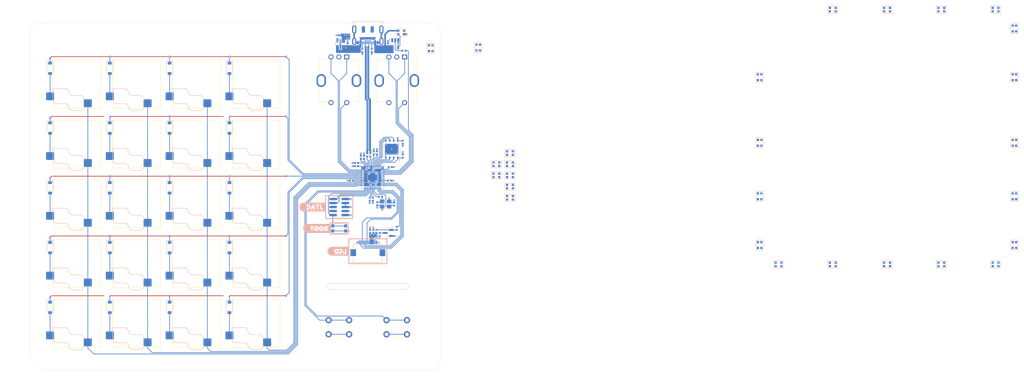
<source format=kicad_pcb>
(kicad_pcb (version 20241229) (generator "pcbnew") (generator_version "9.0")
  (title_block (comment 4 "AISLER Project ID: YUAPSGXH"))
  (layers (0 "F.Cu" signal) (4 "In1.Cu" signal) (6 "In2.Cu" signal) (2 "B.Cu" signal) (13 "F.Paste" user) (15 "B.Paste" user) (5 "F.SilkS" user "F.Silkscreen") (7 "B.SilkS" user "B.Silkscreen") (1 "F.Mask" user) (3 "B.Mask" user) (25 "Edge.Cuts" user))
  (net 0 "")
  (net 1 "RESET")
  (net 2 "+5V")
  (net 3 "+3.3V")
  (net 4 "+1V1")
  (net 5 "Net-(U2-XIN)")
  (net 6 "Net-(C16-Pad1)")
  (net 7 "Net-(D13-DOUT)")
  (net 8 "Net-(D13-DIN)")
  (net 9 "Net-(D14-DOUT)")
  (net 10 "Net-(D15-DIN)")
  (net 11 "Net-(D16-DOUT)")
  (net 12 "Net-(D17-DIN)")
  (net 13 "Net-(D18-DOUT)")
  (net 14 "Net-(D19-DIN)")
  (net 15 "Net-(D20-DOUT)")
  (net 16 "Net-(D21-DIN)")
  (net 17 "Net-(D22-DOUT)")
  (net 18 "Net-(D23-DIN)")
  (net 19 "Net-(D24-DOUT)")
  (net 20 "Net-(D25-DIN)")
  (net 21 "Net-(D26-DOUT)")
  (net 22 "Net-(D27-DIN)")
  (net 23 "Net-(D29-DIN)")
  (net 24 "Net-(U2-XOUT)")
  (net 25 "Net-(U2-USB_DM)")
  (net 26 "Net-(J2-D--PadA7)")
  (net 27 "Net-(J2-D+-PadA6)")
  (net 28 "Net-(U2-USB_DP)")
  (net 29 "Net-(U2-QSPI_SS)")
  (net 30 "Net-(J2-CC1)")
  (net 31 "Net-(J2-CC2)")
  (net 32 "/Switches/R1")
  (net 33 "Net-(U4-A)")
  (net 34 "/Switches/R2")
  (net 35 "Net-(D1-A)")
  (net 36 "Net-(D2-A)")
  (net 37 "Net-(D3-A)")
  (net 38 "Net-(D4-A)")
  (net 39 "Net-(D5-A)")
  (net 40 "Net-(D6-A)")
  (net 41 "Net-(D7-A)")
  (net 42 "Net-(D8-A)")
  (net 43 "Net-(D9-A)")
  (net 44 "Net-(D10-A)")
  (net 45 "Net-(D11-A)")
  (net 46 "Net-(D12-A)")
  (net 48 "Net-(U2-QSPI_SCLK)")
  (net 49 "Net-(U2-GPIO16)")
  (net 50 "/Switches/R3")
  (net 51 "Net-(U2-QSPI_SD1)")
  (net 52 "Net-(J1-SWDIO{slash}TMS)")
  (net 54 "Net-(J1-SWCLK{slash}TCK)")
  (net 55 "/Switches/R4")
  (net 56 "Net-(U2-QSPI_SD2)")
  (net 57 "Net-(U2-QSPI_SD0)")
  (net 59 "Net-(U2-GPIO17)")
  (net 60 "Net-(U2-QSPI_SD3)")
  (net 61 "/Switches/R5")
  (net 63 "GND")
  (net 65 "Net-(D15-DOUT)")
  (net 67 "Net-(D30-DOUT)")
  (net 68 "Net-(D32-DIN)")
  (net 71 "Net-(D33-A)")
  (net 72 "/Leds/DIN")
  (net 73 "/Switches/C1")
  (net 74 "/Switches/C2")
  (net 75 "/Switches/C3")
  (net 76 "/Switches/C4")
  (net 79 "Net-(D34-A)")
  (net 80 "Net-(D35-A)")
  (net 81 "Net-(D36-A)")
  (net 82 "Net-(D37-A)")
  (net 83 "Net-(D38-A)")
  (net 84 "Net-(D39-A)")
  (net 85 "Net-(D40-A)")
  (net 86 "Net-(U2-GPIO29)")
  (net 87 "Net-(U2-GPIO28)")
  (net 88 "Net-(U2-GPIO27)")
  (net 89 "Net-(U2-GPIO2)")
  (net 90 "Net-(U2-GPIO1)")
  (net 91 "Net-(U2-GPIO0)")
  (net 92 "/SCL")
  (net 93 "/RES")
  (net 94 "/SDA")
  (net 95 "/BLK")
  (net 98 "/CS")
  (net 100 "/LEDK")
  (net 101 "Net-(Q2-B)")
  (net 102 "Net-(Q2-C)")
  (net 103 "/DC")
  (net 104 "Net-(D17-DOUT)")
  (net 105 "Net-(D19-DOUT)")
  (net 106 "Net-(D41-DOUT)")
  (net 107 "Net-(D42-DIN)")
  (net 109 "Net-(D43-DOUT)")
  (net 110 "Net-(D44-DIN)")
  (net 111 "Net-(D45-DOUT)")
  (net 113 "Net-(D47-DOUT)")
  (footprint "MountingHole:MountingHole_2.2mm_M2_DIN965" (layer "F.Cu") (at 186.6 100.2)
    (property "Reference" "H5" (hide yes))
    (property "Value" "MountingHole")
  )
  (footprint "PCM_Switch_Keyboard_Hotswap_Kailh:SW_Hotswap_Kailh_Choc_V2" (layer "F.Cu") (at 116.2 105.9 180)
    (property "Reference" "SW17" (hide yes))
    (property "Value" "Kailh choc v2")
  )
  (footprint "PCM_Switch_Keyboard_Hotswap_Kailh:SW_Hotswap_Kailh_Choc_V2" (layer "F.Cu") (at 135.2 143.9 180)
    (property "Reference" "SW2" (hide yes))
    (property "Value" "Kailh choc v2")
  )
  (footprint "MountingHole:MountingHole_2.2mm_M2_DIN965" (layer "F.Cu") (at 186.6 147.6)
    (property "Reference" "H8" (hide yes))
    (property "Value" "MountingHole")
  )
  (footprint "PCM_Switch_Keyboard_Hotswap_Kailh:SW_Hotswap_Kailh_Choc_V2" (layer "F.Cu") (at 135.2 124.9 180)
    (property "Reference" "SW1" (hide yes))
    (property "Value" "Kailh choc v2")
  )
  (footprint "PCM_Switch_Keyboard_Hotswap_Kailh:SW_Hotswap_Kailh_Choc_V2" (layer "F.Cu") (at 116.2 124.9 180)
    (property "Reference" "SW4" (hide yes))
    (property "Value" "Kailh choc v2")
  )
  (footprint "PCM_Switch_Keyboard_Hotswap_Kailh:SW_Hotswap_Kailh_Choc_V2" (layer "F.Cu") (at 135.2 105.9 180)
    (property "Reference" "SW16" (hide yes))
    (property "Value" "Kailh choc v2")
  )
  (footprint "Rotary_Encoder:RotaryEncoder_Bourns_Vertical_PEC12R-3x17F-Sxxxx" (layer "F.Cu") (at 161.5 85.7 -90)
    (property "Reference" "SW11" (hide yes))
    (property "Value" "RotaryEncoder_Switch")
  )
  (footprint "PCM_Switch_Keyboard_Hotswap_Kailh:SW_Hotswap_Kailh_Choc_V2" (layer "F.Cu") (at 78.2 86.9 180)
    (property "Reference" "SW23" (hide yes))
    (property "Value" "Kailh choc v2")
  )
  (footprint "Button_Switch_THT:SW_PUSH_6mm" (layer "F.Cu") (at 176.65 161.85)
    (property "Reference" "SW24" (hide yes))
    (property "Value" "Kailh choc v2")
  )
  (footprint "PCM_Switch_Keyboard_Hotswap_Kailh:SW_Hotswap_Kailh_Choc_V2" (layer "F.Cu") (at 97.2 143.9 180)
    (property "Reference" "SW8" (hide yes))
    (property "Value" "Kailh choc v2")
  )
  (footprint "PCM_Switch_Keyboard_Hotswap_Kailh:SW_Hotswap_Kailh_Choc_V2" (layer "F.Cu") (at 97.2 105.9 180)
    (property "Reference" "SW18" (hide yes))
    (property "Value" "Kailh choc v2")
  )
  (footprint "Rotary_Encoder:RotaryEncoder_Bourns_Vertical_PEC12R-3x17F-Sxxxx" (layer "F.Cu") (at 179.9 85.7 -90)
    (property "Reference" "SW10" (hide yes))
    (property "Value" "RotaryEncoder_Switch")
  )
  (footprint "PCM_Switch_Keyboard_Hotswap_Kailh:SW_Hotswap_Kailh_Choc_V2" (layer "F.Cu") (at 78.2 143.9 180)
    (property "Reference" "SW13" (hide yes))
    (property "Value" "Kailh choc v2")
  )
  (footprint "PCM_Switch_Keyboard_Hotswap_Kailh:SW_Hotswap_Kailh_Choc_V2" (layer "F.Cu") (at 116.2 162.9 180)
    (property "Reference" "SW6" (hide yes))
    (property "Value" "Kailh choc v2")
  )
  (footprint "MountingHole:MountingHole_2.2mm_M2_DIN965" (layer "F.Cu") (at 154.8 100.2)
    (property "Reference" "H6" (hide yes))
    (property "Value" "MountingHole")
  )
  (footprint "Button_Switch_THT:SW_PUSH_6mm" (layer "F.Cu") (at 158.25 161.85)
    (property "Reference" "SW25" (hide yes))
    (property "Value" "Kailh choc v2")
  )
  (footprint "PCM_Switch_Keyboard_Hotswap_Kailh:SW_Hotswap_Kailh_Choc_V2" (layer "F.Cu") (at 97.2 124.9 180)
    (property "Reference" "SW7" (hide yes))
    (property "Value" "Kailh choc v2")
  )
  (footprint "PCM_Switch_Keyboard_Hotswap_Kailh:SW_Hotswap_Kailh_Choc_V2" (layer "F.Cu") (at 135.2 162.9 180)
    (property "Reference" "SW3" (hide yes))
    (property "Value" "Kailh choc v2")
  )
  (footprint "PCM_Switch_Keyboard_Hotswap_Kailh:SW_Hotswap_Kailh_Choc_V2" (layer "F.Cu") (at 116.2 86.9 180)
    (property "Reference" "SW21" (hide yes))
    (property "Value" "Kailh choc v2")
  )
  (footprint "PCM_Switch_Keyboard_Hotswap_Kailh:SW_Hotswap_Kailh_Choc_V2" (layer "F.Cu") (at 78.2 162.9 180)
    (property "Reference" "SW14" (hide yes))
    (property "Value" "Kailh choc v2")
  )
  (footprint "PCM_Switch_Keyboard_Hotswap_Kailh:SW_Hotswap_Kailh_Choc_V2" (layer "F.Cu") (at 78.2 124.9 180)
    (property "Reference" "SW12" (hide yes))
    (property "Value" "Kailh choc v2")
  )
  (footprint "PCM_Switch_Keyboard_Hotswap_Kailh:SW_Hotswap_Kailh_Choc_V2" (layer "F.Cu") (at 135.2 86.9 180)
    (property "Reference" "SW20" (hide yes))
    (property "Value" "Kailh choc v2")
  )
  (footprint "MountingHole:MountingHole_2.2mm_M2_DIN965" (layer "F.Cu") (at 154.8 147.6)
    (property "Reference" "H7" (hide yes))
    (property "Value" "MountingHole")
  )
  (footprint "PCM_Switch_Keyboard_Hotswap_Kailh:SW_Hotswap_Kailh_Choc_V2" (layer "F.Cu") (at 97.2 86.9 180)
    (property "Reference" "SW22" (hide yes))
    (property "Value" "Kailh choc v2")
  )
  (footprint "PCM_Switch_Keyboard_Hotswap_Kailh:SW_Hotswap_Kailh_Choc_V2" (layer "F.Cu") (at 116.2 143.9 180)
    (property "Reference" "SW5" (hide yes))
    (property "Value" "Kailh choc v2")
  )
  (footprint "PCM_Switch_Keyboard_Hotswap_Kailh:SW_Hotswap_Kailh_Choc_V2" (layer "F.Cu") (at 78.2 105.9 180)
    (property "Reference" "SW19" (hide yes))
    (property "Value" "Kailh choc v2")
  )
  (footprint "PCM_Switch_Keyboard_Hotswap_Kailh:SW_Hotswap_Kailh_Choc_V2" (layer "F.Cu") (at 97.2 162.9 180)
    (property "Reference" "SW9" (hide yes))
    (property "Value" "Kailh choc v2")
  )
  (footprint "kibuzzard-68D9895D" (layer "B.Cu") (at 161.2 139.95 180)
    (property "Reference" "kibuzzard-68D9895D" (hide yes))
    (property "Value" "G***" (hide yes))
  )
  (footprint "Resistor_SMD:R_0402_1005Metric" (layer "B.Cu") (at 179.85 132.65 90)
    (property "Reference" "R12" (hide yes))
    (property "Value" "1k")
  )
  (footprint "Package_SON:WSON-8-1EP_6x5mm_P1.27mm_EP3.4x4.3mm" (layer "B.Cu") (at 178.3 107.5 90)
    (property "Reference" "U5" (hide yes))
    (property "Value" "W25Q128JVP")
  )
  (footprint "Diode_SMD:D_SOD-123" (layer "B.Cu") (at 126.7 119.8 -90)
    (property "Reference" "D1" (hide yes))
    (property "Value" "1N4148W")
  )
  (footprint "Diode_SMD:D_SOD-123" (layer "B.Cu") (at 69.7 138.8 -90)
    (property "Reference" "D11" (hide yes))
    (property "Value" "1N4148W")
  )
  (footprint "MountingHole:MountingHole_2.2mm_M2_DIN965" (layer "B.Cu") (at 87.7 96.4 180)
    (property "Reference" "H2" (hide yes))
    (property "Value" "MountingHole")
  )
  (footprint "Capacitor_SMD:C_0402_1005Metric" (layer "B.Cu") (at 172.3 123.4 -90)
    (property "Reference" "C4" (hide yes))
    (property "Value" "100n")
  )
  (footprint "Diode_SMD:D_SOD-123" (layer "B.Cu") (at 126.7 138.8 -90)
    (property "Reference" "D2" (hide yes))
    (property "Value" "1N4148W")
  )
  (footprint "Diode_SMD:D_SOD-123" (layer "B.Cu") (at 126.7 157.8 -90)
    (property "Reference" "D3" (hide yes))
    (property "Value" "1N4148W")
  )
  (footprint "LED_SMD:LED_WS2812B-2020_PLCC4_2.0x2.0mm" (layer "B.Cu") (at 215.885 122.95 180)
    (property "Reference" "D45" (hide yes))
    (property "Value" "WS2812B-2020")
  )
  (footprint "Diode_SMD:D_SOD-123" (layer "B.Cu") (at 107.7 119.8 -90)
    (property "Reference" "D4" (hide yes))
    (property "Value" "1N4148W")
  )
  (footprint "LED_SMD:LED_WS2812B-2020_PLCC4_2.0x2.0mm" (layer "B.Cu") (at 318.5 144.135 180)
    (property "Reference" "D18" (hide yes))
    (property "Value" "WS2812B-2020")
  )
  (footprint "Capacitor_SMD:C_0402_1005Metric" (layer "B.Cu") (at 171.3 123.4 -90)
    (property "Reference" "C14" (hide yes))
    (property "Value" "100n")
  )
  (footprint "LED_SMD:LED_WS2812B-2020_PLCC4_2.0x2.0mm" (layer "B.Cu") (at 376.25 105.485 -90)
    (property "Reference" "D23" (hide yes))
    (property "Value" "WS2812B-2020")
  )
  (footprint "LED_SMD:LED_WS2812B-2020_PLCC4_2.0x2.0mm" (layer "B.Cu") (at 295.25 122.485 90)
    (property "Reference" "D17" (hide yes))
    (property "Value" "WS2812B-2020")
  )
  (footprint "LED_SMD:LED_WS2812B-2020_PLCC4_2.0x2.0mm" (layer "B.Cu") (at 376.25 137.985 -90)
    (property "Reference" "D31" (hide yes))
    (property "Value" "WS2812B-2020")
  )
  (footprint "Capacitor_SMD:C_0402_1005Metric" (layer "B.Cu") (at 162 71.3 180)
    (property "Reference" "C2" (hide yes))
    (property "Value" "1u")
  )
  (footprint "Capacitor_SMD:C_0402_1005Metric" (layer "B.Cu") (at 169.5 110.1 90)
    (property "Reference" "C12" (hide yes))
    (property "Value" "1u")
  )
  (footprint "LED_SMD:LED_WS2812B-2020_PLCC4_2.0x2.0mm" (layer "B.Cu") (at 181.3 70.4 180)
    (property "Reference" "D32" (hide yes))
    (property "Value" "WS2812B-2020")
  )
  (footprint "Crystal:Crystal_SMD_Abracon_ABM8AIG-4Pin_3.2x2.5mm" (layer "B.Cu") (at 176.4 124.95)
    (property "Reference" "Y1" (hide yes))
    (property "Value" "12MHz")
  )
  (footprint "Capacitor_SMD:C_0402_1005Metric" (layer "B.Cu") (at 177.8 113.2)
    (property "Reference" "C10" (hide yes))
    (property "Value" "100n")
  )
  (footprint "Diode_SMD:D_SOD-123" (layer "B.Cu") (at 88.7 119.8 -90)
    (property "Reference" "D7" (hide yes))
    (property "Value" "1N4148W")
  )
  (footprint "kibuzzard-68D988DF" (layer "B.Cu") (at 154.4 132.7 180)
    (property "Reference" "kibuzzard-68D988DF" (hide yes))
    (property "Value" "G***" (hide yes))
  )
  (footprint "Resistor_SMD:R_0402_1005Metric" (layer "B.Cu") (at 174.45 134.65 90)
    (property "Reference" "R11" (hide yes))
    (property "Value" "10")
  )
  (footprint "Package_TO_SOT_SMD:SOT-23-5" (layer "B.Cu") (at 179.4 74 -90)
    (property "Reference" "U4" (hide yes))
    (property "Value" "SN74LV1T34DBV")
  )
  (footprint "Capacitor_SMD:C_0402_1005Metric" (layer "B.Cu") (at 171.45 133.65 90)
    (property "Reference" "C19" (hide yes))
    (property "Value" "0.1u")
  )
  (footprint "Package_TO_SOT_SMD:SOT-23" (layer "B.Cu") (at 177.2 134.1375 180)
    (property "Reference" "Q2" (hide yes))
    (property "Value" "SS8050")
  )
  (footprint "LED_SMD:LED_WS2812B-2020_PLCC4_2.0x2.0mm" (layer "B.Cu") (at 211.565 112.3 180)
    (property "Reference" "D47" (hide yes))
    (property "Value" "WS2812B-2020")
  )
  (footprint "Diode_SMD:D_SOD-123" (layer "B.Cu") (at 107.7 81.8 -90)
    (property "Reference" "D38" (hide yes))
    (property "Value" "1N4148W")
  )
  (footprint "LED_SMD:LED_WS2812B-2020_PLCC4_2.0x2.0mm" (layer "B.Cu") (at 353 144.135 180)
    (property "Reference" "D26" (hide yes))
    (property "Value" "WS2812B-2020")
  )
  (footprint "Resistor_SMD:R_0402_1005Metric" (layer "B.Cu") (at 182.2 76.2)
    (property "Reference" "R7" (hide yes))
    (property "Value" "33")
  )
  (footprint "LED_SMD:LED_WS2812B-2020_PLCC4_2.0x2.0mm" (layer "B.Cu") (at 301.25 144.135 180)
    (property "Reference" "D14" (hide yes))
    (property "Value" "WS2812B-2020")
  )
  (footprint "LED_SMD:LED_WS2812B-2020_PLCC4_2.0x2.0mm" (layer "B.Cu") (at 295.25 105.485 90)
    (property "Reference" "D21" (hide yes))
    (property "Value" "WS2812B-2020")
  )
  (footprint "Connector_PinHeader_1.27mm:PinHeader_2x05_P1.27mm_Vertical_SMD" (layer "B.Cu") (at 161.6 125.9 180)
    (property "Reference" "J1" (hide yes))
    (property "Value" "JTAG")
  )
  (footprint "Capacitor_SMD:C_0402_1005Metric" (layer "B.Cu") (at 173.7 124.85 -90)
    (property "Reference" "C16" (hide yes))
    (property "Value" "15p")
  )
  (footprint "LED_SMD:LED_WS2812B-2020_PLCC4_2.0x2.0mm" (layer "B.Cu") (at 376.25 84.635 -90)
    (property "Reference" "D19" (hide yes))
    (property "Value" "WS2812B-2020")
  )
  (footprint "Diode_SMD:D_SOD-123" (layer "B.Cu") (at 126.7 100.8 -90)
    (property "Reference" "D33" (hide yes))
    (property "Value" "1N4148W")
  )
  (footprint "LED_SMD:LED_WS2812B-2020_PLCC4_2.0x2.0mm" (layer "B.Cu") (at 295.25 137.985 90)
    (property "Reference" "D13" (hide yes))
    (property "Value" "WS2812B-2020")
  )
  (footprint "Diode_SMD:D_SOD-123" (layer "B.Cu") (at 69.7 81.8 -90)
    (property "Reference" "D40" (hide yes))
    (property "Value" "1N4148W")
  )
  (footprint "LED_SMD:LED_WS2812B-2020_PLCC4_2.0x2.0mm" (layer "B.Cu") (at 215.885 108.75 180)
    (property "Reference" "D41" (hide yes))
    (property "Value" "WS2812B-2020")
  )
  (footprint "LED_SMD:LED_WS2812B-2020_PLCC4_2.0x2.0mm" (layer "B.Cu") (at 335.75 63.135)
    (property "Reference" "D24" (hide yes))
    (property "Value" "WS2812B-2020")
  )
  (footprint "LED_SMD:LED_WS2812B-2020_PLCC4_2.0x2.0mm" (layer "B.Cu") (at 211.565 115.85 180)
    (property "Reference" "D48" (hide yes))
    (property "Value" "WS2812B-2020")
  )
  (footprint "LED_SMD:LED_WS2812B-2020_PLCC4_2.0x2.0mm" (layer "B.Cu") (at 335.75 144.135 180)
    (property "Reference" "D22" (hide yes))
    (property "Value" "WS2812B-2020")
  )
  (footprint "Package_TO_SOT_SMD:SOT-23-5" (layer "B.Cu") (at 162 74 90)
    (property "Reference" "U1" (hide yes))
    (property "Value" "AP2112K-3.3")
  )
  (footprint "Connector_USB:USB_C_Receptacle_JAE_DX07S016JA1R1500" (layer "B.Cu") (at 170.7 70.6)
    (property "Reference" "J2" (hide yes))
    (property "Value" "USB_C")
  )
  (footprint "Capacitor_SMD:C_0402_1005Metric" (layer "B.Cu") (at 168.5 110.1 90)
    (property "Reference" "C3" (hide yes))
    (property "Value" "1u")
  )
  (footprint "Diode_SMD:D_SOD-123" (layer "B.Cu") (at 107.7 138.8 -90)
    (property "Reference" "D5" (hide yes))
    (property "Value" "1N4148W")
  )
  (footprint "LED_SMD:LED_WS2812B-2020_PLCC4_2.0x2.0mm" (layer "B.Cu") (at 376.25 122.485 -90)
    (property "Reference" "D27" (hide yes))
    (property "Value" "WS2812B-2020")
  )
  (footprint "Capacitor_SMD:C_0402_1005Metric" (layer "B.Cu") (at 165.5 117.5 180)
    (property "Reference" "C5" (hide yes))
    (property "Value" "100n")
  )
  (footprint "Capacitor_SMD:C_0402_1005Metric" (layer "B.Cu") (at 177.1 74.3 90)
    (property "Reference" "C18" (hide yes))
    (property "Value" "0.1u")
  )
  (footprint "Diode_SMD:D_SOD-123" (layer "B.Cu") (at 69.7 100.8 -90)
    (property "Reference" "D36" (hide yes))
    (property "Value" "1N4148W")
  )
  (footprint "Capacitor_SMD:C_0402_1005Metric" (layer "B.Cu") (at 179.1 124.95 90)
    (property "Reference" "C15" (hide yes))
    (property "Value" "15p")
  )
  (footprint "Resistor_SMD:R_0402_1005Metric" (layer "B.Cu") (at 174.75 122.6)
    (property "Reference" "R1" (hide yes))
    (property "Value" "10k")
  )
  (footprint "Resistor_SMD:R_0402_1005Metric" (layer "B.Cu") (at 168.95 76.1 90)
    (property "Reference" "R5" (hide yes))
    (property "Value" "27,4")
  )
  (footprint "LED_SMD:LED_WS2812B-2020_PLCC4_2.0x2.0mm" (layer "B.Cu") (at 318.5 63.135)
    (property "Reference" "D28" (hide yes))
    (property "Value" "WS2812B-2020")
  )
  (footprint "Diode_SMD:D_SOD-123" (layer "B.Cu") (at 126.7 81.8 -90)
    (property "Reference" "D37" (hide yes))
    (property "Value" "1N4148W")
  )
  (footprint "kibuzzard-68D98929" (layer "B.Cu") (at 153.05 125.9 180)
    (property "Reference" "kibuzzard-68D98929" (hide yes))
    (property "Value" "G***" (hide yes))
  )
  (footprint "Capacitor_SMD:C_0402_1005Metric" (layer "B.Cu") (at 172.45 133.65 90)
    (property "Reference" "C9" (hide yes))
    (property "Value" "4.7u")
  )
  (footprint "LED_SMD:LED_WS2812B-2020_PLCC4_2.0x2.0mm" (layer "B.Cu") (at 205.8 75.2 90)
    (property "Reference" "D46" (hide yes))
    (property "Value" "WS2812B-2020")
  )
  (footprint "Resistor_SMD:R_0402_1005Metric" (layer "B.Cu") (at 181.8 109.7 90)
    (property "Reference" "R4" (hide yes))
    (property "Value" "10k")
  )
  (footprint "Resistor_SMD:R_0402_1005Metric" (layer "B.Cu") (at 171.5 109.3 90)
    (property "Reference" "R3" (hide yes))
    (property "Value" "27,4")
  )
  (footprint "Button_Switch_SMD:SW_Push_1P1T_NO_CK_KMR2" (layer "B.Cu") (at 161.6 132.7 180)
    (property "Reference" "SW15" (hide yes))
    (property "Value" "RESET")
  )
  (footprint "LED_SMD:LED_WS2812B-2020_PLCC4_2.0x2.0mm" (layer "B.Cu") (at 376.25 69.135 -90)
    (property "Reference" "D15" (hide yes))
    (property "Value" "WS2812B-2020")
  )
  (footprint "LED_SMD:LED_WS2812B-2020_PLCC4_2.0x2.0mm" (layer "B.Cu") (at 215.885 112.3 180)
    (property "Reference" "D42" (hide yes))
    (property "Value" "WS2812B-2020")
  )
  (footprint "LED_SMD:LED_WS2812B-2020_PLCC4_2.0x2.0mm" (layer "B.Cu") (at 353 63.135)
    (property "Reference" "D20" (hide yes))
    (property "Value" "WS2812B-2020")
  )
  (footprint "Capacitor_SMD:C_0402_1005Metric" (layer "B.Cu") (at 173.6 108.7 90)
    (property "Reference" "C13" (hide yes))
    (property "Value" "100n")
  )
  (footprint "Resistor_SMD:R_0402_1005Metric" (layer "B.Cu") (at 171.95 76.1 90)
    (property "Reference" "R6" (hide yes))
    (property "Value" "27,4")
  )
  (footprint "Diode_SMD:D_SOD-123" (layer "B.Cu") (at 107.7 100.8 -90)
    (property "Reference" "D34" (hide yes))
    (property "Value" "1N4148W")
  )
  (footprint "Capacitor_SMD:C_0402_1005Metric" (layer "B.Cu") (at 172.6 108.7 90)
    (property "Reference" "C8" (hide yes))
    (property "Value" "100n")
  )
  (footprint "LED_SMD:LED_WS2812B-2020_PLCC4_2.0x2.0mm" (layer "B.Cu") (at 370.25 144.135 180)
    (property "Reference" "D30" (hide yes))
    (property "Value" "WS2812B-2020")
  )
  (footprint "MountingHole:MountingHole_2.2mm_M2_DIN965" (layer "B.Cu") (at 87.7 153.4 180)
    (property "Reference" "H4" (hide yes))
    (property "Value" "MountingHole")
  )
  (footprint "Diode_SMD:D_SOD-123" (layer "B.Cu") (at 107.7 157.8 -90)
    (property "Reference" "D6" (hide yes))
    (property "Value" "1N4148W")
  )
  (footprint "Diode_SMD:D_SOD-123" (layer "B.Cu") (at 88.7 81.8 -90)
    (property "Reference" "D39" (hide yes))
    (property "Value" "1N4148W")
  )
  (footprint "Capacitor_SMD:C_0402_1005Metric" (layer "B.Cu") (at 167.1 112.9 180)
    (property "Reference" "C6" (hide yes))
    (property "Value" "100n")
  )
  (footprint "Resistor_SMD:R_0402_1005Metric" (layer "B.Cu") (at 173.45 133.65 90)
    (property "Reference" "R13" (hide yes))
    (property "Value" "10k")
  )
  (footprint "Capacitor_SMD:C_0402_1005Metric" (layer "B.Cu") (at 181.8 105.3 90)
    (property "Reference" "C17" (hide yes))
    (property "Value" "100n")
  )
  (footprint "Diode_SMD:D_SOD-123" (layer "B.Cu") (at 88.7 100.8 -90)
    (property "Reference" "D35" (hide yes))
    (property "Value" "1N4148W")
  )
  (footprint "Diode_SMD:D_SOD-123" (layer "B.Cu") (at 88.7 138.8 -90)
    (property "Reference" "D8" (hide yes))
    (property "Value" "1N4148W")
  )
  (footprint "Diode_SMD:D_SOD-123" (layer "B.Cu") (at 69.7 119.8 -90)
    (property "Reference" "D10" (hide yes))
    (property "Value" "1N4148W")
  )
  (footprint "Package_DFN_QFN:QFN-56-1EP_7x7mm_P0.4mm_EP3.2x3.2mm" (layer "B.Cu") (at 172.2 116.5 180)
    (property "Reference" "U2" (hide yes))
    (property "Value" "RP2040")
  )
  (footprint "LED_SMD:LED_WS2812B-2020_PLCC4_2.0x2.0mm" (layer "B.Cu") (at 295.25 84.635 90)
    (property "Reference" "D25" (hide yes))
    (property "Value" "WS2812B-2020")
  )
  (footprint "MountingHole:MountingHole_2.2mm_M2_DIN965" (layer "B.Cu") (at 125.7 96.4 180)
    (property "Reference" "H1" (hide yes))
    (property "Value" "MountingHole")
  )
  (footprint "Connector_FFC-FPC:Hirose_FH12-12S-0.5SH_1x12-1MP_P0.50mm_Horizontal" (layer "B.Cu") (at 170.7 139 180)
    (property "Reference" "J3" (hide yes))
    (property "Value" "Display")
  )
  (footprint "Diode_SMD:D_SOD-123" (layer "B.Cu") (at 88.7 157.8 -90)
    (property "Reference" "D9" (hide yes))
    (property "Value" "1N4148W")
  )
  (footprint "Capacitor_SMD:C_0402_1005Metric" (layer "B.Cu") (at 167.1 111.9 180)
    (property "Reference" "C11" (hide yes))
    (property "Value" "100n")
  )
  (footprint "Capacitor_SMD:C_0402_1005Metric" (layer "B.Cu") (at 177.6 117.5)
    (property "Reference" "C7" (hide yes))
    (property "Value" "100n")
  )
  (footprint "LED_SMD:LED_WS2812B-2020_PLCC4_2.0x2.0mm" (layer "B.Cu") (at 215.885 115.85 180)
    (property "Reference" "D43" (hide yes))
    (property "Value" "WS2812B-2020")
  )
  (footprint "Resistor_SMD:R_0402_1005Metric" (layer "B.Cu") (at 170.5 109.3 90)
    (property "Reference" "R2" (hide yes))
    (property "Value" "27,4")
  )
  (footprint "MountingHole:MountingHole_2.2mm_M2_DIN965" (layer "B.Cu") (at 125.7 153.4 180)
    (property "Reference" "H3" (hide yes))
    (property "Value" "MountingHole")
  )
  (footprint "LED_SMD:LED_WS2812B-2020_PLCC4_2.0x2.0mm" (layer "B.Cu") (at 370.25 63.135)
    (property "Reference" "D16" (hide yes))
    (property "Value" "WS2812B-2020")
  )
  (footprint "Capacitor_SMD:C_0402_1005Metric" (layer "B.Cu") (at 164.3 74.3 90)
    (property "Reference" "C1" (hide yes))
    (property "Value" "1u")
  )
  (footprint "LED_SMD:LED_WS2812B-2020_PLCC4_2.0x2.0mm" (layer "B.Cu") (at 215.885 119.4 180)
    (property "Reference" "D44" (hide yes))
    (property "Value" "WS2812B-2020")
  )
  (footprint "LED_SMD:LED_WS2812B-2020_PLCC4_2.0x2.0mm" (layer "B.Cu") (at 190.7 75.4 90)
    (property "Reference" "D29" (hide yes))
    (property "Value" "WS2812B-2020")
  )
  (footprint "Diode_SMD:D_SOD-123" (layer "B.Cu") (at 69.7 157.8 -90)
    (property "Reference" "D12" (hide yes))
    (property "Value" "1N4148W")
  )
  (gr_rect (start 158.8 130.9) (end 164.4 134.5) (stroke (width 0.3)) (fill no) (layer "B.SilkS"))
  (gr_rect (start 157.3 122.22) (end 165.89 129.6) (stroke (width 0.3)) (fill no) (layer "B.SilkS"))
  (gr_rect (start 164.65 136) (end 176.76 143.9) (stroke (width 0.3)) (fill no) (layer "B.SilkS"))
  (gr_arc (start 63.2 70.4) (mid 64.07868 68.27868) (end 66.2 67.4) (stroke (width 0.05)) (layer "Edge.Cuts"))
  (gr_line (start 66.2 67.4) (end 190.7 67.4) (stroke (width 0.05)) (layer "Edge.Cuts"))
  (gr_line (start 63.2 171.9) (end 63.2 70.4) (stroke (width 0.05)) (layer "Edge.Cuts"))
  (gr_line (start 190.7 177.9) (end 69.2 177.9) (stroke (width 0.05)) (layer "Edge.Cuts"))
  (gr_arc (start 158.7 152.1) (mid 157.7 151.1) (end 158.7 150.1) (stroke (width 0.1)) (layer "Edge.Cuts"))
  (gr_arc (start 69.2 177.9) (mid 64.957359 176.142641) (end 63.2 171.9) (stroke (width 0.05)) (layer "Edge.Cuts"))
  (gr_line (start 182.7 152.1) (end 158.7 152.1) (stroke (width 0.1)) (layer "Edge.Cuts"))
  (gr_line (start 158.7 150.1) (end 182.7 150.1) (stroke (width 0.1)) (layer "Edge.Cuts"))
  (gr_arc (start 190.7 67.4) (mid 192.82132 68.27868) (end 193.7 70.4) (stroke (width 0.05)) (layer "Edge.Cuts"))
  (gr_arc (start 193.7 174.9) (mid 192.82132 177.02132) (end 190.7 177.9) (stroke (width 0.05)) (layer "Edge.Cuts"))
  (gr_arc (start 182.7 150.1) (mid 183.7 151.1) (end 182.7 152.1) (stroke (width 0.1)) (layer "Edge.Cuts"))
  (gr_line (start 193.7 70.4) (end 193.7 174.9) (stroke (width 0.05)) (layer "Edge.Cuts"))
  (segment (start 170.4 119.9375) (end 170.4 120.9) (width 0.2) (layer "B.Cu") (net 1))
  (segment (start 158.149 122.689) (end 158.149 127.841) (width 0.2) (layer "B.Cu") (net 1))
  (segment (start 169.75 121.55) (end 159.288 121.55) (width 0.2) (layer "B.Cu") (net 1))
  (segment (start 159.55 131.9) (end 159.55 128.54) (width 0.2) (layer "B.Cu") (net 1))
  (segment (start 159.288 121.55) (end 158.149 122.689) (width 0.2) (layer "B.Cu") (net 1))
  (segment (start 159.55 128.54) (end 159.65 128.44) (width 0.2) (layer "B.Cu") (net 1))
  (segment (start 170.4 120.9) (end 169.75 121.55) (width 0.2) (layer "B.Cu") (net 1))
  (segment (start 159.45 131.8) (end 159.55 131.9) (width 0.2) (layer "B.Cu") (net 1))
  (segment (start 159.55 131.9) (end 163.65 131.9) (width 0.2) (layer "B.Cu") (net 1))
  (segment (start 158.748 128.44) (end 159.65 128.44) (width 0.2) (layer "B.Cu") (net 1))
  (segment (start 159.55 131.9) (end 159.5 131.85) (width 0.2) (layer "B.Cu") (net 1))
  (segment (start 158.149 127.841) (end 158.748 128.44) (width 0.2) (layer "B.Cu") (net 1))
  (segment (start 177.35 69.85) (end 176.2 71) (width 0.5) (layer "B.Cu") (net 2))
  (segment (start 180.385 69.85) (end 177.35 69.85) (width 0.5) (layer "B.Cu") (net 2))
  (segment (start 176.2 71) (end 176.2 74.75) (width 0.5) (layer "B.Cu") (net 2))
  (via (at 165.21 123.36) (size 0.6) (drill 0.3) (layers "F.Cu" "B.Cu") (net 3))
  (via (at 169.7 114.9) (size 0.6) (drill 0.3) (layers "F.Cu" "B.Cu") (net 3))
  (via (at 163.3 71.3) (size 0.6) (drill 0.3) (layers "F.Cu" "B.Cu") (net 3))
  (via (at 173.45 134.85) (size 0.6) (drill 0.3) (layers "F.Cu" "B.Cu") (net 3))
  (via (at 181.8 108.45) (size 0.6) (drill 0.3) (layers "F.Cu" "B.Cu") (net 3))
  (via (at 164.7 71.3) (size 0.6) (drill 0.3) (layers "F.Cu" "B.Cu") (net 3))
  (via (at 171.95 135.5) (size 0.6) (drill 0.3) (layers "F.Cu" "B.Cu") (net 3))
  (via (at 174.7 114.9) (size 0.6) (drill 0.3) (layers "F.Cu" "B.Cu") (net 3))
  (via (at 164.7 72.2) (size 0.6) (drill 0.3) (layers "F.Cu" "B.Cu") (net 3))
  (via (at 172.45 134.85) (size 0.6) (drill 0.3) (layers "F.Cu" "B.Cu") (net 3))
  (via (at 180.2 103.95) (size 0.6) (drill 0.3) (layers "F.Cu" "B.Cu") (net 3))
  (via (at 169.7 118.1) (size 0.6) (drill 0.3) (layers "F.Cu" "B.Cu") (net 3))
  (via (at 171.8 112) (size 0.6) (drill 0.3) (layers "F.Cu" "B.Cu") (net 3))
  (via (at 171.45 134.85) (size 0.6) (drill 0.3) (layers "F.Cu" "B.Cu") (net 3))
  (via (at 164 71.3) (size 0.6) (drill 0.3) (layers "F.Cu" "B.Cu") (net 3))
  (via (at 164 72.2) (size 0.6) (drill 0.3) (layers "F.Cu" "B.Cu") (net 3))
  (via (at 174.7 118.1) (size 0.6) (drill 0.3) (layers "F.Cu" "B.Cu") (net 3))
  (segment (start 180.225 104.87) (end 180.205 104.85) (width 0.4) (layer "B.Cu") (net 3))
  (segment (start 167.58 112.9) (end 168.4 112.9) (width 0.2) (layer "B.Cu") (net 3))
  (segment (start 172 122.62) (end 172.3 122.92) (width 0.2) (layer "B.Cu") (net 3))
  (segment (start 168.7 111.5) (end 168.5 111.3) (width 0.2) (layer "B.Cu") (net 3))
  (segment (start 167.58 111.9) (end 169.1 111.9) (width 0.2) (layer "B.Cu") (net 3))
  (segment (start 171.8 113.0625) (end 171.8 112) (width 0.2) (layer "B.Cu") (net 3))
  (segment (start 171.8 111.1) (end 172.6 110.3) (width 0.2) (layer "B.Cu") (net 3))
  (segment (start 172.6 110.3) (end 172.6 109.18) (width 0.2) (layer "B.Cu") (net 3))
  (segment (start 177.32 113.68) (end 177.32 113.2) (width 0.2) (layer "B.Cu") (net 3))
  (segment (start 168.7625 117.5) (end 165.98 117.5) (width 0.2) (layer "B.Cu") (net 3))
  (segment (start 171.8 113.0625) (end 171.6 113.0625) (width 0.2) (layer "B.Cu") (net 3))
  (segment (start 177.32 113.2) (end 177.319 113.199) (width 0.2) (layer "B.Cu") (net 3))
  (segment (start 169.1 111.9) (end 169.6 112.4) (width 0.2) (layer "B.Cu") (net 3))
  (segment (start 177.12 117.5) (end 175.6375 117.5) (width 0.2) (layer "B.Cu") (net 3))
  (segment (start 180.205 103.955) (end 180.2 103.95) (width 0.2) (layer "B.Cu") (net 3))
  (segment (start 173.42 134.13) (end 173.45 134.16) (width 0.2) (layer "B.Cu") (net 3))
  (segment (start 169.6 113.0625) (end 169.6 112.4) (width 0.2) (layer "B.Cu") (net 3))
  (segment (start 168.5 111.3) (end 168.5 110.58) (width 0.2) (layer "B.Cu") (net 3))
  (segment (start 177.1 113.9) (end 177.32 113.68) (width 0.2) (layer "B.Cu") (net 3))
  (segment (start 170 113.0625) (end 170 112.2) (width 0.2) (layer "B.Cu") (net 3))
  (segment (start 169.3 111.5) (end 168.7 111.5) (width 0.2) (layer "B.Cu") (net 3))
  (segment (start 172.45 134.13) (end 172.45 134.85) (width 0.2) (layer "B.Cu") (net 3))
  (segment (start 180.205 104.85) (end 180.205 104.8) (width 0.4) (layer "B.Cu") (net 3))
  (segment (start 181.8 109.19) (end 181.8 108.45) (width 0.2) (layer "B.Cu") (net 3))
  (segment (start 175.6375 113.9) (end 177.1 113.9) (width 0.2) (layer "B.Cu") (net 3))
  (segment (start 181.8 104.82) (end 181.75 104.87) (width 0.2) (layer "B.Cu") (net 3))
  (segment (start 171.8 112) (end 171.8 111.1) (width 0.2) (layer "B.Cu") (net 3))
  (segment (start 171.45 134.13) (end 171.45 134.85) (width 0.2) (layer "B.Cu") (net 3))
  (segment (start 172 113.0625) (end 171.8 113.0625) (width 0.2) (layer "B.Cu") (net 3))
  (segment (start 168.4 112.9) (end 168.7625 113.2625) (width 0.2) (layer "B.Cu") (net 3))
  (segment (start 169.6 113.0625) (end 169.6 112.6) (width 0.2) (layer "B.Cu") (net 3))
  (segment (start 172 119.9375) (end 172 122.62) (width 0.2) (layer "B.Cu") (net 3))
  (segment (start 170 112.2) (end 169.3 111.5) (width 0.2) (layer "B.Cu") (net 3))
  (segment (start 180.205 104.8) (end 180.205 103.955) (width 0.2) (layer "B.Cu") (net 3))
  (segment (start 163.55 123.36) (end 165.21 123.36) (width 0.2) (layer "B.Cu") (net 3))
  (segment (start 181.75 104.87) (end 180.225 104.87) (width 0.2) (layer "B.Cu") (net 3))
  (segment (start 168.7625 113.2625) (end 168.7625 113.9) (width 0.2) (layer "B.Cu") (net 3))
  (segment (start 173.45 134.16) (end 173.45 134.85) (width 0.2) (layer "B.Cu") (net 3))
  (segment (start 172.45 134.13) (end 173.42 134.13) (width 0.2) (layer "B.Cu") (net 3))
  (segment (start 170.4 113.9) (end 170.4 118.6) (width 0.2) (layer "F.Cu") (net 4))
  (segment (start 172.4 113.9) (end 170.4 113.9) (width 0.2) (layer "F.Cu") (net 4))
  (segment (start 170.4 118.6) (end 170.9 119.1) (width 0.2) (layer "F.Cu") (net 4))
  (segment (start 170.9 119.1) (end 171.6 119.1) (width 0.2) (layer "F.Cu") (net 4))
  (via (at 171.6 119.1) (size 0.6) (drill 0.3) (layers "F.Cu" "B.Cu") (net 4))
  (via (at 172.4 113.9) (size 0.6) (drill 0.3) (layers "F.Cu" "B.Cu") (net 4))
  (via (at 170.4 113.9) (size 0.6) (drill 0.3) (layers "F.Cu" "B.Cu") (net 4))
  (segment (start 172.4 113.0625) (end 172.4 111.1) (width 0.2) (layer "B.Cu") (net 4))
  (segment (start 173.6 109.9) (end 173.6 109.18) (width 0.2) (layer "B.Cu") (net 4))
  (segment (start 171.6 119.9375) (end 171.6 119.1) (width 0.2) (layer "B.Cu") (net 4))
  (segment (start 170.4 112) (end 170.4 113.0625) (width 0.2) (layer "B.Cu") (net 4))
  (segment (start 170.4 113.0625) (end 170.4 113.9) (width 0.2) (layer "B.Cu") (net 4))
  (segment (start 169.5 110.58) (end 169.5 111.1) (width 0.2) (layer "B.Cu") (net 4))
  (segment (start 171.6 119.9375) (end 171.6 122.62) (width 0.2) (layer "B.Cu") (net 4))
  (segment (start 172.4 111.1) (end 173.6 109.9) (width 0.2) (layer "B.Cu") (net 4))
  (segment (start 172.4 113.0625) (end 172.4 113.9) (width 0.2) (layer "B.Cu") (net 4))
  (segment (start 171.6 122.62) (end 171.3 122.92) (width 0.2) (layer "B.Cu") (net 4))
  (segment (start 169.5 111.1) (end 170.4 112) (width 0.2) (layer "B.Cu") (net 4))
  (segment (start 173.503 121.853) (end 175.953 121.853) (width 0.2) (layer "B.Cu") (net 5))
  (segment (start 177.82 125.43) (end 177.5 125.75) (width 0.2) (layer "B.Cu") (net 5))
  (segment (start 176.4 125.5) (end 176.65 125.75) (width 0.2) (layer "B.Cu") (net 5))
  (segment (start 172.8 121.15) (end 173.503 121.853) (width 0.2) (layer "B.Cu") (net 5))
  (segment (start 172.8 119.9375) (end 172.8 121.15) (width 0.2) (layer "B.Cu") (net 5))
  (segment (start 175.953 121.853) (end 176.4 122.3) (width 0.2) (layer "B.Cu") (net 5))
  (segment (start 176.65 125.75) (end 177.5 125.75) (width 0.2) (layer "B.Cu") (net 5))
  (segment (start 179.1 125.43) (end 177.82 125.43) (width 0.2) (layer "B.Cu") (net 5))
  (segment (start 176.4 122.3) (end 176.4 125.5) (width 0.2) (layer "B.Cu") (net 5))
  (segment (start 175.26 124.11) (end 175.3 124.15) (width 0.2) (layer "B.Cu") (net 6))
  (segment (start 175.26 122.6) (end 175.26 124.11) (width 0.2) (layer "B.Cu") (net 6))
  (segment (start 175.08 124.37) (end 175.3 124.15) (width 0.2) (layer "B.Cu") (net 6))
  (segment (start 173.7 124.37) (end 175.08 124.37) (width 0.2) (layer "B.Cu") (net 6))
  (segment (start 172.4 119.9375) (end 172.4 121.65) (width 0.2) (layer "B.Cu") (net 24))
  (segment (start 172.4 121.65) (end 173.35 122.6) (width 0.2) (layer "B.Cu") (net 24))
  (segment (start 173.35 122.6) (end 174.24 122.6) (width 0.2) (layer "B.Cu") (net 24))
  (segment (start 170.8 113.0625) (end 170.8 111.15) (width 0.2) (layer "B.Cu") (net 25))
  (segment (start 170.8 111.15) (end 170.5 110.85) (width 0.2) (layer "B.Cu") (net 25))
  (segment (start 170.5 110.85) (end 170.5 109.81) (width 0.2) (layer "B.Cu") (net 25))
  (segment (start 170.014 72.849) (end 171.386 72.849) (width 0.2) (layer "B.Cu") (net 26))
  (segment (start 170.049 75.049) (end 170.049 91.531785) (width 0.6) (layer "B.Cu") (net 26))
  (segment (start 170.5 107.95) (end 170.5 108.79) (width 0.6) (layer "B.Cu") (net 26))
  (segment (start 171.45 72.913) (end 171.45 73.65) (width 0.2) (layer "B.Cu") (net 26))
  (segment (start 170.049 75.049) (end 169.95 74.95) (width 0.6) (layer "B.Cu") (net 26))
  (segment (start 169.95 73.65) (end 169.95 72.913) (width 0.2) (layer "B.Cu") (net 26))
  (segment (start 169.95 73.65) (end 169.95 74.95) (width 0.2) (layer "B.Cu") (net 26))
  (segment (start 169.95 72.913) (end 170.014 72.849) (width 0.2) (layer "B.Cu") (net 26))
  (segment (start 170.6 107.85) (end 170.6 92.082785) (width 0.6) (layer "B.Cu") (net 26))
  (segment (start 170.6 107.85) (end 170.5 107.95) (width 0.6) (layer "B.Cu") (net 26))
  (segment (start 171.386 72.849) (end 171.45 72.913) (width 0.2) (layer "B.Cu") (net 26))
  (segment (start 170.6 92.082785) (end 170.049 91.531785) (width 0.6) (layer "B.Cu") (net 26))
  (segment (start 171.5 107.95) (end 171.5 108.79) (width 0.6) (layer "B.Cu") (net 27))
  (segment (start 171.401 107.851) (end 171.5 107.95) (width 0.6) (layer "B.Cu") (net 27))
  (segment (start 170.45 73.65) (end 170.95 73.65) (width 0.2) (layer "B.Cu") (net 27))
  (segment (start 171.401 91.751) (end 171.401 107.851) (width 0.6) (layer "B.Cu") (net 27))
  (segment (start 170.95 73.65) (end 170.95 74.95) (width 0.2) (layer "B.Cu") (net 27))
  (segment (start 170.85 91.2) (end 171.401 91.751) (width 0.6) (layer "B.Cu") (net 27))
  (segment (start 170.95 74.95) (end 170.85 75.05) (width 0.6) (layer "B.Cu") (net 27))
  (segment (start 170.85 75.05) (end 170.85 91.2) (width 0.6) (layer "B.Cu") (net 27))
  (segment (start 171.2 111.138966) (end 171.5 110.838966) (width 0.2) (layer "B.Cu") (net 28))
  (segment (start 171.2 113.0625) (end 171.2 111.138966) (width 0.2) (layer "B.Cu") (net 28))
  (segment (start 171.5 110.838966) (end 171.5 109.81) (width 0.2) (layer "B.Cu") (net 28))
  (segment (start 181.75 110.26) (end 180.215 110.26) (width 0.2) (layer "B.Cu") (net 29))
  (segment (start 180.215 110.26) (end 180.205 110.25) (width 0.4) (layer "B.Cu") (net 29))
  (segment (start 175.4 111.7) (end 179.2 111.7) (width 0.2) (layer "B.Cu") (net 29))
  (segment (start 181.8 110.21) (end 181.75 110.26) (width 0.2) (layer "B.Cu") (net 29))
  (segment (start 174.8 113.0625) (end 174.8 112.3) (width 0.2) (layer "B.Cu") (net 29))
  (segment (start 174.8 112.3) (end 175.4 111.7) (width 0.2) (layer "B.Cu") (net 29))
  (segment (start 180.205 110.25) (end 180.205 110.2) (width 0.4) (layer "B.Cu") (net 29))
  (segment (start 179.2 111.7) (end 180.205 110.695) (width 0.2) (layer "B.Cu") (net 29))
  (segment (start 180.205 110.695) (end 180.205 110.2) (width 0.2) (layer "B.Cu") (net 29))
  (segment (start 168.95 73.65) (end 168.95 75.59) (width 0.2) (layer "B.Cu") (net 30))
  (segment (start 171.95 73.65) (end 171.95 75.59) (width 0.2) (layer "B.Cu") (net 31))
  (segment (start 126.7 78.1) (end 144.7 78.1) (width 0.2) (layer "F.Cu") (net 32))
  (segment (start 70.2 78.1) (end 69.7 78.6) (width 0.2) (layer "F.Cu") (net 32))
  (segment (start 88.7 78.1) (end 107.7 78.1) (width 0.2) (layer "F.Cu") (net 32))
  (segment (start 88.7 78.1) (end 70.2 78.1) (width 0.2) (layer "F.Cu") (net 32))
  (segment (start 107.7 78.1) (end 126.7 78.1) (width 0.2) (layer "F.Cu") (net 32))
  (via (at 126.7 78.1) (size 0.6) (drill 0.3) (layers "F.Cu" "B.Cu") (net 32))
  (via (at 144.7 78.1) (size 0.6) (drill 0.3) (layers "F.Cu" "B.Cu") (net 32))
  (via (at 88.7 78.1) (size 0.6) (drill 0.3) (layers "F.Cu" "B.Cu") (net 32))
  (via (at 107.7 78.1) (size 0.6) (drill 0.3) (layers "F.Cu" "B.Cu") (net 32))
  (via (at 69.7 78.6) (size 0.6) (drill 0.3) (layers "F.Cu" "B.Cu") (net 32))
  (segment (start 88.7 80.15) (end 88.7 78.1) (width 0.2) (layer "B.Cu") (net 32))
  (segment (start 145.7 110.8) (end 150.185 115.285) (width 0.2) (layer "B.Cu") (net 32))
  (segment (start 150.185 115.285) (end 167.1202 115.285) (width 0.2) (layer "B.Cu") (net 32))
  (segment (start 107.7 80.15) (end 107.7 78.1) (width 0.2) (layer "B.Cu") (net 32))
  (segment (start 167.3352 115.5) (end 168.7625 115.5) (width 0.2) (layer "B.Cu") (net 32))
  (segment (start 145.7 109.3) (end 145.7 110.8) (width 0.2) (layer "B.Cu") (net 32))
  (segment (start 69.7 78.6) (end 69.7 80.15) (width 0.2) (layer "B.Cu") (net 32))
  (segment (start 167.1202 115.285) (end 167.3352 115.5) (width 0.2) (layer "B.Cu") (net 32))
  (segment (start 145.7 79.1) (end 145.7 109.3) (width 0.2) (layer "B.Cu") (net 32))
  (segment (start 126.7 80.15) (end 126.7 78.1) (width 0.2) (layer "B.Cu") (net 32))
  (segment (start 144.7 78.1) (end 145.7 79.1) (width 0.2) (layer "B.Cu") (net 32))
  (segment (start 179.9 76.2) (end 179.4 75.7) (width 0.2) (layer "B.Cu") (net 33))
  (segment (start 181.69 76.2) (end 179.9 76.2) (width 0.2) (layer "B.Cu") (net 33))
  (segment (start 179.39 72.8725) (end 179.4 72.8625) (width 0.2) (layer "B.Cu") (net 33))
  (segment (start 179.4 75.7) (end 179.4 72.8625) (width 0.2) (layer "B.Cu") (net 33))
  (segment (start 107.7 97.1) (end 126.7 97.1) (width 0.2) (layer "F.Cu") (net 34))
  (segment (start 88.7 97.1) (end 107.7 97.1) (width 0.2) (layer "F.Cu") (net 34))
  (segment (start 70.2 97.1) (end 69.7 97.6) (width 0.2) (layer "F.Cu") (net 34))
  (segment (start 126.7 97.1) (end 144.7 97.1) (width 0.2) (layer "F.Cu") (net 34))
  (segment (start 88.7 97.1) (end 70.2 97.1) (width 0.2) (layer "F.Cu") (net 34))
  (via (at 144.7 97.1) (size 0.6) (drill 0.3) (layers "F.Cu" "B.Cu") (net 34))
  (via (at 107.7 97.1) (size 0.6) (drill 0.3) (layers "F.Cu" "B.Cu") (net 34))
  (via (at 126.7 97.1) (size 0.6) (drill 0.3) (layers "F.Cu" "B.Cu") (net 34))
  (via (at 69.7 97.6) (size 0.6) (drill 0.3) (layers "F.Cu" "B.Cu") (net 34))
  (via (at 88.7 97.1) (size 0.6) (drill 0.3) (layers "F.Cu" "B.Cu") (net 34))
  (segment (start 126.7 99.15) (end 126.7 97.1) (width 0.2) (layer "B.Cu") (net 34))
  (segment (start 88.7 99.15) (end 88.7 97.1) (width 0.2) (layer "B.Cu") (net 34))
  (segment (start 150.0189 115.686) (end 166.9541 115.686) (width 0.2) (layer "B.Cu") (net 34))
  (segment (start 166.9541 115.686) (end 167.1681 115.9) (width 0.2) (layer "B.Cu") (net 34))
  (segment (start 144.7 97.1) (end 145.299 97.699) (width 0.2) (layer "B.Cu") (net 34))
  (segment (start 145.299 110.9661) (end 150.0189 115.686) (width 0.2) (layer "B.Cu") (net 34))
  (segment (start 167.1681 115.9) (end 168.7625 115.9) (width 0.2) (layer "B.Cu") (net 34))
  (segment (start 107.7 97.1) (end 107.7 99.15) (width 0.2) (layer "B.Cu") (net 34))
  (segment (start 69.7 99.15) (end 69.7 97.6) (width 0.2) (layer "B.Cu") (net 34))
  (segment (start 145.299 97.699) (end 145.299 110.9661) (width 0.2) (layer "B.Cu") (net 34))
  (segment (start 126.7 121.45) (end 126.7 128.7) (width 0.2) (layer "B.Cu") (net 35))
  (segment (start 126.6 128.8) (end 126.7 128.7) (width 0.2) (layer "B.Cu") (net 35))
  (segment (start 126.7 147.7) (end 126.7 140.45) (width 0.2) (layer "B.Cu") (net 36))
  (segment (start 126.7 159.45) (end 126.7 166.7) (width 0.2) (layer "B.Cu") (net 37))
  (segment (start 107.6 128.8) (end 107.7 128.7) (width 0.2) (layer "B.Cu") (net 38))
  (segment (start 107.7 121.45) (end 107.7 128.7) (width 0.2) (layer "B.Cu") (net 38))
  (segment (start 107.7 147.7) (end 107.7 140.45) (width 0.2) (layer "B.Cu") (net 39))
  (segment (start 107.7 159.45) (end 107.7 166.7) (width 0.2) (layer "B.Cu") (net 40))
  (segment (start 88.6 128.8) (end 88.7 128.7) (width 0.2) (layer "B.Cu") (net 41))
  (segment (start 88.7 121.45) (end 88.7 128.7) (width 0.2) (layer "B.Cu") (net 41))
  (segment (start 88.7 140.45) (end 88.7 147.7) (width 0.2) (layer "B.Cu") (net 42))
  (segment (start 88.7 159.45) (end 88.7 166.7) (width 0.2) (layer "B.Cu") (net 43))
  (segment (start 69.7 121.45) (end 69.7 128.7) (width 0.2) (layer "B.Cu") (net 44))
  (segment (start 69.7 140.45) (end 69.7 147.7) (width 0.2) (layer "B.Cu") (net 45))
  (segment (start 69.7 159.45) (end 69.7 166.7) (width 0.2) (layer "B.Cu") (net 46))
  (segment (start 173.2 111.5329) (end 174.849 109.8839) (width 0.2) (layer "B.Cu") (net 48))
  (segment (start 177.665 104.315) (end 177.665 104.8) (width 0.2) (layer "B.Cu") (net 48))
  (segment (start 174.849 109.8839) (end 174.849 105.2839) (width 0.2) (layer "B.Cu") (net 48))
  (segment (start 176.0089 104.124) (end 177.474 104.124) (width 0.2) (layer "B.Cu") (net 48))
  (segment (start 173.2 113.0625) (end 173.2 111.5329) (width 0.2) (layer "B.Cu") (net 48))
  (segment (start 174.849 105.2839) (end 176.0089 104.124) (width 0.2) (layer "B.Cu") (net 48))
  (segment (start 177.474 104.124) (end 177.665 104.315) (width 0.2) (layer "B.Cu") (net 48))
  (segment (start 176.65 161.85) (end 175.349 160.549) (width 0.2) (layer "B.Cu") (net 49))
  (segment (start 175.349 160.549) (end 154.649 160.549) (width 0.2) (layer "B.Cu") (net 49))
  (segment (start 151.1 157) (end 151.1 125.1) (width 0.2) (layer "B.Cu") (net 49))
  (segment (start 155.051 121.149) (end 169.5839 121.149) (width 0.2) (layer "B.Cu") (net 49))
  (segment (start 176.65 161.85) (end 183.15 161.85) (width 0.2) (layer "B.Cu") (net 49))
  (segment (start 154.649 160.549) (end 151.1 157) (width 0.2) (layer "B.Cu") (net 49))
  (segment (start 169.5839 121.149) (end 170 120.7329) (width 0.2) (layer "B.Cu") (net 49))
  (segment (start 170 120.7329) (end 170 119.9375) (width 0.2) (layer "B.Cu") (net 49))
  (segment (start 151.1 125.1) (end 155.051 121.149) (width 0.2) (layer "B.Cu") (net 49))
  (segment (start 69.7 116.6) (end 70.2 116.1) (width 0.2) (layer "F.Cu") (net 50))
  (segment (start 126.7 116.1) (end 144.7 116.1) (width 0.2) (layer "F.Cu") (net 50))
  (segment (start 70.2 116.1) (end 88.7 116.1) (width 0.2) (layer "F.Cu") (net 50))
  (segment (start 107.7 116.1) (end 126.7 116.1) (width 0.2) (layer "F.Cu") (net 50))
  (segment (start 88.7 116.1) (end 107.7 116.1) (width 0.2) (layer "F.Cu") (net 50))
  (via (at 107.7 116.1) (size 0.6) (drill 0.3) (layers "F.Cu" "B.Cu") (net 50))
  (via (at 144.7 116.1) (size 0.6) (drill 0.3) (layers "F.Cu" "B.Cu") (net 50))
  (via (at 126.7 116.1) (size 0.6) (drill 0.3) (layers "F.Cu" "B.Cu") (net 50))
  (via (at 69.7 116.6) (size 0.6) (drill 0.3) (layers "F.Cu" "B.Cu") (net 50))
  (via (at 88.7 116.1) (size 0.6) (drill 0.3) (layers "F.Cu" "B.Cu") (net 50))
  (segment (start 69.7 118.15) (end 69.7 116.6) (width 0.2) (layer "B.Cu") (net 50))
  (segment (start 166.788 116.087) (end 167.001 116.3) (width 0.2) (layer "B.Cu") (net 50))
  (segment (start 107.7 118.15) (end 107.7 116.1) (width 0.2) (layer "B.Cu") (net 50))
  (segment (start 144.713 116.087) (end 166.788 116.087) (width 0.2) (layer "B.Cu") (net 50))
  (segment (start 144.7 116.1) (end 144.713 116.087) (width 0.2) (layer "B.Cu") (net 50))
  (segment (start 126.7 118.15) (end 126.7 116.1) (width 0.2) (layer "B.Cu") (net 50))
  (segment (start 88.7 118.15) (end 88.7 116.1) (width 0.2) (layer "B.Cu") (net 50))
  (segment (start 167.001 116.3) (end 168.7625 116.3) (width 0.2) (layer "B.Cu") (net 50))
  (segment (start 174.4 112.1) (end 175.2 111.3) (width 0.2) (layer "B.Cu") (net 51))
  (segment (start 175.2 111.3) (end 178.3 111.3) (width 0.2) (layer "B.Cu") (net 51))
  (segment (start 174.4 113.0625) (end 174.4 112.1) (width 0.2) (layer "B.Cu") (net 51))
  (segment (start 178.935 110.665) (end 178.935 110.2) (width 0.2) (layer "B.Cu") (net 51))
  (segment (start 178.3 111.3) (end 178.935 110.665) (width 0.2) (layer "B.Cu") (net 51))
  (segment (start 169.95 121.95) (end 170.8 121.1) (width 0.2) (layer "B.Cu") (net 52))
  (segment (start 170.8 121.1) (end 170.8 119.9375) (width 0.2) (layer "B.Cu") (net 52))
  (segment (start 159.65 123.36) (end 161.05 123.36) (width 0.2) (layer "B.Cu") (net 52))
  (segment (start 161.05 123.36) (end 161.199 123.211) (width 0.2) (layer "B.Cu") (net 52))
  (segment (start 161.199 122.5339) (end 161.7829 121.95) (width 0.2) (layer "B.Cu") (net 52))
  (segment (start 161.199 123.211) (end 161.199 122.5339) (width 0.2) (layer "B.Cu") (net 52))
  (segment (start 161.7829 121.95) (end 169.95 121.95) (width 0.2) (layer "B.Cu") (net 52))
  (segment (start 171.2 121.3) (end 171.2 119.9375) (width 0.2) (layer "B.Cu") (net 54))
  (segment (start 161.6 122.7) (end 161.95 122.35) (width 0.2) (layer "B.Cu") (net 54))
  (segment (start 170.15 122.35) (end 171.2 121.3) (width 0.2) (layer "B.Cu") (net 54))
  (segment (start 161.6 124.1) (end 161.6 122.7) (width 0.2) (layer "B.Cu") (net 54))
  (segment (start 161.95 122.35) (end 170.15 122.35) (width 0.2) (layer "B.Cu") (net 54))
  (segment (start 161.07 124.63) (end 161.6 124.1) (width 0.2) (layer "B.Cu") (net 54))
  (segment (start 159.65 124.63) (end 161.07 124.63) (width 0.2) (layer "B.Cu") (net 54))
  (segment (start 70.2 135.1) (end 69.7 135.6) (width 0.2) (layer "F.Cu") (net 55))
  (segment (start 144.7 135.1) (end 126.7 135.1) (width 0.2) (layer "F.Cu") (net 55))
  (segment (start 107.7 135.1) (end 88.7 135.1) (width 0.2) (layer "F.Cu") (net 55))
  (segment (start 88.7 135.1) (end 70.2 135.1) (width 0.2) (layer "F.Cu") (net 55))
  (segment (start 126.7 135.1) (end 107.7 135.1) (width 0.2) (layer "F.Cu") (net 55))
  (via (at 69.7 135.6) (size 0.6) (drill 0.3) (layers "F.Cu" "B.Cu") (net 55))
  (via (at 126.7 135.1) (size 0.6) (drill 0.3) (layers "F.Cu" "B.Cu") (net 55))
  (via (at 88.7 135.1) (size 0.6) (drill 0.3) (layers "F.Cu" "B.Cu") (net 55))
  (via (at 144.7 135.1) (size 0.6) (drill 0.3) (layers "F.Cu" "B.Cu") (net 55))
  (via (at 107.7 135.1) (size 0.6) (drill 0.3) (layers "F.Cu" "B.Cu") (net 55))
  (segment (start 145.299 129.099) (end 145.299 121.1339) (width 0.2) (layer "B.Cu") (net 55))
  (segment (start 126.7 135.1) (end 126.7 137.15) (width 0.2) (layer "B.Cu") (net 55))
  (segment (start 145.299 121.1339) (end 149.9449 116.488) (width 0.2) (layer "B.Cu") (net 55))
  (segment (start 144.7 135.1) (end 145.3 134.5) (width 0.2) (layer "B.Cu") (net 55))
  (segment (start 149.9449 116.488) (end 166.588 116.488) (width 0.2) (layer "B.Cu") (net 55))
  (segment (start 166.588 116.488) (end 166.8 116.7) (width 0.2) (layer "B.Cu") (net 55))
  (segment (start 166.8 116.7) (end 168.7625 116.7) (width 0.2) (layer "B.Cu") (net 55))
  (segment (start 88.7 137.15) (end 88.7 135.1) (width 0.2) (layer "B.Cu") (net 55))
  (segment (start 107.7 137.15) (end 107.7 135.1) (width 0.2) (layer "B.Cu") (net 55))
  (segment (start 145.3 129.1) (end 145.299 129.099) (width 0.2) (layer "B.Cu") (net 55))
  (segment (start 69.7 137.15) (end 69.7 135.6) (width 0.2) (layer "B.Cu") (net 55))
  (segment (start 145.3 134.5) (end 145.3 129.1) (width 0.2) (layer "B.Cu") (net 55))
  (segment (start 177.665 110.735) (end 177.665 110.2) (width 0.2) (layer "B.Cu") (net 56))
  (segment (start 177.524 110.876) (end 177.665 110.735) (width 0.2) (layer "B.Cu") (net 56))
  (segment (start 174 111.9) (end 175.024 110.876) (width 0.2) (layer "B.Cu") (net 56))
  (segment (start 175.024 110.876) (end 177.524 110.876) (width 0.2) (layer "B.Cu") (net 56))
  (segment (start 174 113.0625) (end 174 111.9) (width 0.2) (layer "B.Cu") (net 56))
  (segment (start 175.25 105.45) (end 175.9 104.8) (width 0.2) (layer "B.Cu") (net 57))
  (segment (start 175.9 104.8) (end 176.395 104.8) (width 0.2) (layer "B.Cu") (net 57))
  (segment (start 175.25 110.05) (end 175.25 105.45) (width 0.2) (layer "B.Cu") (net 57))
  (segment (start 173.6 113.0625) (end 173.6 111.7) (width 0.2) (layer "B.Cu") (net 57))
  (segment (start 173.6 111.7) (end 175.25 110.05) (width 0.2) (layer "B.Cu") (net 57))
  (segment (start 150.7 157.2) (end 150.7 124.9) (width 0.2) (layer "B.Cu") (net 59))
  (segment (start 158.25 161.85) (end 155.35 161.85) (width 0.2) (layer "B.Cu") (net 59))
  (segment (start 158.25 161.85) (end 164.75 161.85) (width 0.2) (layer "B.Cu") (net 59))
  (segment (start 155.35 161.85) (end 150.7 157.2) (width 0.2) (layer "B.Cu") (net 59))
  (segment (start 169.4178 120.748) (end 169.6 120.5658) (width 0.2) (layer "B.Cu") (net 59))
  (segment (start 154.852 120.748) (end 169.4178 120.748) (width 0.2) (layer "B.Cu") (net 59))
  (segment (start 169.6 120.5658) (end 169.6 119.9375) (width 0.2) (layer "B.Cu") (net 59))
  (segment (start 150.7 124.9) (end 154.852 120.748) (width 0.2) (layer "B.Cu") (net 59))
  (segment (start 178.935 104.235) (end 178.4 103.7) (width 0.2) (layer "B.Cu") (net 60))
  (segment (start 178.935 104.8) (end 178.935 104.235) (width 0.2) (layer "B.Cu") (net 60))
  (segment (start 178.4 103.7) (end 175.8658 103.7) (width 0.2) (layer "B.Cu") (net 60))
  (segment (start 174.448 105.1178) (end 174.448 109.702) (width 0.2) (layer "B.Cu") (net 60))
  (segment (start 174.448 109.702) (end 172.8 111.35) (width 0.2) (layer "B.Cu") (net 60))
  (segment (start 175.8658 103.7) (end 174.448 105.1178) (width 0.2) (layer "B.Cu") (net 60))
  (segment (start 172.8 111.35) (end 172.8 113.0625) (width 0.2) (layer "B.Cu") (net 60))
  (segment (start 126.7 154.1) (end 107.7 154.1) (width 0.2) (layer "F.Cu") (net 61))
  (segment (start 70.2 154.1) (end 69.7 154.6) (width 0.2) (layer "F.Cu") (net 61))
  (segment (start 107.7 154.1) (end 88.7 154.1) (width 0.2) (layer "F.Cu") (net 61))
  (segment (start 88.7 154.1) (end 70.2 154.1) (width 0.2) (layer "F.Cu") (net 61))
  (segment (start 144.7 154.1) (end 126.7 154.1) (width 0.2) (layer "F.Cu") (net 61))
  (via (at 107.7 154.1) (size 0.6) (drill 0.3) (layers "F.Cu" "B.Cu") (net 61))
  (via (at 144.7 154.1) (size 0.6) (drill 0.3) (layers "F.Cu" "B.Cu") (net 61))
  (via (at 88.7 154.1) (size 0.6) (drill 0.3) (layers "F.Cu" "B.Cu") (net 61))
  (via (at 126.7 154.1) (size 0.6) (drill 0.3) (layers "F.Cu" "B.Cu") (net 61))
  (via (at 69.7 154.6) (size 0.6) (drill 0.3) (layers "F.Cu" "B.Cu") (net 61))
  (segment (start 69.7 154.6) (end 69.7 156.15) (width 0.2) (layer "B.Cu") (net 61))
  (segment (start 88.7 156.15) (end 88.7 154.1) (width 0.2) (layer "B.Cu") (net 61))
  (segment (start 166.601 117.1) (end 168.7625 117.1) (width 0.2) (layer "B.Cu") (net 61))
  (segment (start 107.7 156.15) (end 107.7 154.1) (width 0.2) (layer "B.Cu") (net 61))
  (segment (start 144.7 154.1) (end 145.7 153.1) (width 0.2) (layer "B.Cu") (net 61))
  (segment (start 145.7 153.1) (end 145.7 121.3) (width 0.2) (layer "B.Cu") (net 61))
  (segment (start 145.7 121.3) (end 150.111 116.889) (width 0.2) (layer "B.Cu") (net 61))
  (segment (start 166.39 116.889) (end 166.601 117.1) (width 0.2) (layer "B.Cu") (net 61))
  (segment (start 150.111 116.889) (end 166.39 116.889) (width 0.2) (layer "B.Cu") (net 61))
  (segment (start 126.7 156.15) (end 126.7 154.1) (width 0.2) (layer "B.Cu") (net 61))
  (via (at 177.5 123.15) (size 0.6) (drill 0.3) (layers "F.Cu" "B.Cu") (net 63))
  (via (at 162 74) (size 0.6) (drill 0.3) (layers "F.Cu" "B.Cu") (net 63))
  (via (at 172.45 132.45) (size 0.6) (drill 0.3) (layers "F.Cu" "B.Cu") (net 63))
  (via (at 160.8 71.3) (size 0.6) (drill 0.3) (layers "F.Cu" "B.Cu") (net 63))
  (via (at 171.1 115.4) (size 0.8) (drill 0.45) (layers "F.Cu" "B.Cu") (net 63))
  (via (at 167.3 137.15) (size 0.6) (drill 0.3) (layers "F.Cu" "B.Cu") (net 63))
  (via (at 173.7 126.05) (size 0.6) (drill 0.3) (layers "F.Cu" "B.Cu") (net 63))
  (via (at 180.35 73.95) (size 0.6) (drill 0.3) (layers "F.Cu" "B.Cu") (net 63))
  (via (at 179.3 135.1) (size 0.6) (drill 0.3) (layers "F.Cu" "B.Cu") (net 63))
  (via (at 176.5 106.15) (size 0.6) (drill 0.3) (layers "F.Cu" "B.Cu") (net 63))
  (via (at 172.6 107.5) (size 0.6) (drill 0.3) (layers "F.Cu" "B.Cu") (net 63))
  (via (at 183 70.95) (size 0.6) (drill 0.3) (layers "F.Cu" "B.Cu") (net 63))
  (via (at 171.3 124.630182) (size 0.6) (drill 0.3) (layers "F.Cu" "B.Cu") (net 63))
  (via (at 162 72.6) (size 0.6) (drill 0.3) (layers "F.Cu" "B.Cu") (net 63))
  (via (at 177.1 73.1) (size 0.6) (drill 0.3) (layers "F.Cu" "B.Cu") (net 63))
  (via (at 165.2 128.44) (size 0.6) (drill 0.3) (layers "F.Cu" "B.Cu") (net 63))
  (via (at 162 73.3) (size 0.6) (drill 0.3) (layers "F.Cu" "B.Cu") (net 63))
  (via (at 168.5 108.9) (size 0.6) (drill 0.3) (layers "F.Cu" "B.Cu") (net 63))
  (via (at 179.1 123.75) (size 0.6) (drill 0.3) (layers "F.Cu" "B.Cu") (net 63))
  (via (at 173.3 117.6) (size 0.8) (drill 0.45) (layers "F.Cu" "B.Cu") (net 63))
  (via (at 171.1 117.6) (size 0.8) (drill 0.45) (layers "F.Cu" "B.Cu") (net 63))
  (via (at 181.8 106.5) (size 0.6) (drill 0.3) (layers "F.Cu" "B.Cu") (net 63))
  (via (at 164.3 117.5) (size 0.6) (drill 0.3) (layers "F.Cu" "B.Cu") (net 63))
  (via (at 179 113.2) (size 0.6) (drill 0.3) (layers "F.Cu" "B.Cu") (net 63))
  (via (at 171.45 132.45) (size 0.6) (drill 0.3) (layers "F.Cu" "B.Cu") (net 63))
  (via (at 173.3 115.4) (size 0.8) (drill 0.45) (layers "F.Cu" "B.Cu") (net 63))
  (via (at 178.3 107.5) (size 0.6) (drill 0.3) (layers "F.Cu" "B.Cu") (net 63))
  (via (at 180.1 108.85) (size 0.6) (drill 0.3) (layers "F.Cu" "B.Cu") (net 63))
  (via (at 176.5 108.85) (size 0.6) (drill 0.3) (layers "F.Cu" "B.Cu") (net 63))
  (via (at 164.3 73.1) (size 0.6) (drill 0.3) (layers "F.Cu" "B.Cu") (net 63))
  (via (at 174.1 137.15) (size 0.6) (drill 0.3) (layers "F.Cu" "B.Cu") (net 63))
  (via (at 173.6 107.5) (size 0.6) (drill 0.3) (layers "F.Cu" "B.Cu") (net 63))
  (via (at 172.3 124.630182) (size 0.6) (drill 0.3) (layers "F.Cu" "B.Cu") (net 63))
  (via (at 175.3 126.75) (size 0.6) (drill 0.3) (layers "F.Cu" "B.Cu") (net 63))
  (via (at 178.8 117.5) (size 0.6) (drill 0.3) (layers "F.Cu" "B.Cu") (net 63))
  (via (at 164.5 133.5) (size 0.6) (drill 0.3) (layers "F.Cu" "B.Cu") (net 63))
  (via (at 165.9 112.9) (size 0.6) (drill 0.3) (layers "F.Cu" "B.Cu") (net 63))
  (via (at 165.2 125.9) (size 0.6) (drill 0.3) (layers "F.Cu" "B.Cu") (net 63))
  (via (at 165.9 111.9) (size 0.6) (drill 0.3) (layers "F.Cu" "B.Cu") (net 63))
  (via (at 158.7 133.5) (size 0.6) (drill 0.3) (layers "F.Cu" "B.Cu") (net 63))
  (via (at 168.95 77.25) (size 0.6) (drill 0.3) (layers "F.Cu" "B.Cu") (net 63))
  (via (at 171.95 77.25) (size 0.6) (drill 0.3) (layers "F.Cu" "B.Cu") (net 63))
  (via (at 169.5 108.9) (size 0.6) (drill 0.3) (layers "F.Cu" "B.Cu") (net 63))
  (via (at 180.1 106.15) (size 0.6) (drill 0.3) (layers "F.Cu" "B.Cu") (net 63))
  (segment (start 163.55 124.63) (end 163.55 125.9) (width 0.2) (layer "B.Cu") (net 63))
  (segment (start 179.2875 135.0875) (end 179.3 135.1) (width 0.2) (layer "B.Cu") (net 63))
  (segment (start 167.95 137.15) (end 167.3 137.15) (width 0.2) (layer "B.Cu") (net 63))
  (segment (start 173.2 117.7) (end 173.3 117.6) (width 0.2) (layer "B.Cu") (net 63))
  (segment (start 172.45 133.17) (end 172.45 132.45) (width 0.2) (layer "B.Cu") (net 63))
  (segment (start 173.2 119.9375) (end 173.2 117.7) (width 0.2) (layer "B.Cu") (net 63))
  (segment (start 178.1375 135.0875) (end 179.2875 135.0875) (width 0.2) (layer "B.Cu") (net 63))
  (segment (start 175.02 71.8) (end 175.02 69.45) (width 0.5) (layer "B.Cu") (net 63))
  (segment (start 166.62 112.9) (end 165.9 112.9) (width 0.2) (layer "B.Cu") (net 63))
  (segment (start 163.65 133.5) (end 164.5 133.5) (width 0.2) (layer "B.Cu") (net 63))
  (segment (start 173.8 73.65) (end 174.645 73.65) (width 0.5) (layer "B.Cu") (net 63))
  (segment (start 182.215 70.95) (end 183 70.95) (width 0.5) (layer "B.Cu") (net 63))
  (segment (start 159.55 133.5) (end 158.7 133.5) (width 0.2) (layer "B.Cu") (net 63))
  (segment (start 178.08 117.5) (end 178.8 117.5) (width 0.2) (layer "B.Cu") (net 63))
  (segment (start 167.6 73.65) (end 166.755 73.65) (width 0.5) (layer "B.Cu") (net 63))
  (segment (start 166.755 73.65) (end 166.38 73.275) (width 0.5) (layer "B.Cu") (net 63))
  (segment (start 174.645 73.65) (end 175.02 73.275) (width 0.5) (layer "B.Cu") (net 63))
  (segment (start 174.88 125.33) (end 175.3 125.75) (width 0.2) (layer "B.Cu") (net 63))
  (segment (start 172.3 124.630182) (end 172.3 123.88) (width 0.2) (layer "B.Cu") (net 63))
  (segment (start 175.02 73.275) (end 175.02 71.8) (width 0.5) (layer "B.Cu") (net 63))
  (segment (start 166.38 69.45) (end 166.38 73.275) (width 0.5) (layer "B.Cu") (net 63))
  (segment (start 177.5 124.15) (end 177.5 123.15) (width 0.2) (layer "B.Cu") (net 63))
  (segment (start 176.65 166.35) (end 183.15 166.35) (width 0.2) (layer "B.Cu") (net 63))
  (segment (start 173.6 107.5) (end 173.6 108.22) (width 0.2) (layer "B.Cu") (net 63))
  (segment (start 162 74) (end 162 73.3) (width 0.5) (layer "B.Cu") (net 63))
  (segment (start 176.395 110.2) (end 176.395 108.955) (width 0.2) (layer "B.Cu") (net 63))
  (segment (start 173.45 137.15) (end 174.1 137.15) (width 0.2) (layer "B.Cu") (net 63))
  (segment (start 168.5 109.62) (end 168.5 108.9) (width 0.2) (layer "B.Cu") (net 63))
  (segment (start 161.52 71.3) (end 160.8 71.3) (width 0.2) (layer "B.Cu") (net 63))
  (segment (start 165.02 117.5) (end 164.3 117.5) (width 0.2) (layer "B.Cu") (net 63))
  (segment (start 166.62 111.9) (end 165.9 111.9) (width 0.2) (layer "B.Cu") (net 63))
  (segment (start 175.3 125.75) (end 175.3 126.75) (width 0.2) (layer "B.Cu") (net 63))
  (segment (start 163.55 125.9) (end 165.2 125.9) (width 0.2) (layer "B.Cu") (net 63))
  (segment (start 159.55 133.5) (end 163.65 133.5) (width 0.2) (layer "B.Cu") (net 63))
  (segment (start 173.7 125.33) (end 173.7 126.05) (width 0.2) (layer "B.Cu") (net 63))
  (segment (start 173.7 125.33) (end 174.88 125.33) (width 0.2) (layer "B.Cu") (net 63))
  (segment (start 163.55 128.44) (end 165.2 128.44) (width 0.2) (layer "B.Cu") (net 63))
  (segment (start 177.82 124.47) (end 177.5 124.15) (width 0.2) (layer "B.Cu") (net 63))
  (segment (start 164.3 73.82) (end 164.3 73.1) (width 0.2) (layer "B.Cu") (net 63))
  (segment (start 169.5 109.62) (end 169.5 108.9) (width 0.2) (layer "B.Cu") (net 63))
  (segment (start 179.1 124.47) (end 179.1 123.75) (width 0.2) (layer "B.Cu") (net 63))
  (segment (start 176.395 108.955) (end 176.5 108.85) (width 0.2) (layer "B.Cu") (net 63))
  (segment (start 162 75.1375) (end 162 74) (width 0.5) (layer "B.Cu") (net 63))
  (segment (start 171.45 133.17) (end 171.45 132.45) (width 0.2) (layer "B.Cu") (net 63))
  (segment (start 177.1 73.82) (end 177.1 73.1) (width 0.2) (layer "B.Cu") (net 63))
  (segment (start 158.25 166.35) (end 164.75 166.35) (width 0.2) (layer "B.Cu") (net 63))
  (segment (start 179.1 124.47) (end 177.82 124.47) (width 0.2) (layer "B.Cu") (net 63))
  (segment (start 171.95 76.61) (end 171.95 77.25) (width 0.2) (layer "B.Cu") (net 63))
  (segment (start 181.8 106.5) (end 181.8 105.78) (width 0.2) (layer "B.Cu") (net 63))
  (segment (start 168.95 76.61) (end 168.95 77.25) (width 0.2) (layer "B.Cu") (net 63))
  (segment (start 172.6 107.5) (end 172.6 108.22) (width 0.2) (layer "B.Cu") (net 63))
  (segment (start 180.35 72.8625) (end 180.35 73.95) (width 0.2) (layer "B.Cu") (net 63))
  (segment (start 162 73.3) (end 162 72.6) (width 0.5) (layer "B.Cu") (net 63))
  (segment (start 171.3 123.88) (end 171.3 124.630182) (width 0.2) (layer "B.Cu") (net 63))
  (segment (start 179 113.2) (end 178.28 113.2) (width 0.2) (layer "B.Cu") (net 63))
  (segment (start 180.951 74.5365) (end 180.951 71.516) (width 0.2) (layer "B.Cu") (net 68))
  (segment (start 180.951 71.516) (end 180.385 70.95) (width 0.2) (layer "B.Cu") (net 68))
  (segment (start 180.35 75.1375) (end 180.951 74.5365) (width 0.2) (layer "B.Cu") (net 68))
  (segment (start 126.7 102.45) (end 126.7 109.7) (width 0.2) (layer "B.Cu") (net 71))
  (segment (start 183.6 101.45) (end 185.103 102.953) (width 0.2) (layer "B.Cu") (net 72))
  (segment (start 182.4 114.3) (end 181.2 115.5) (width 0.2) (layer "B.Cu") (net 72))
  (segment (start 182.71 76.2) (end 183.4 76.2) (width 0.2) (layer "B.Cu") (net 72))
  (segment (start 183.4 76.2) (end 183.6 76.4) (width 0.2) (layer "B.Cu") (net 72))
  (segment (start 185.103 102.953) (end 185.103 111.5983) (width 0.2) (layer "B.Cu") (net 72))
  (segment (start 182.4013 114.3) (end 182.4 114.3) (width 0.2) (layer "B.Cu") (net 72))
  (segment (start 185.103 111.5983) (end 182.4013 114.3) (width 0.2) (layer "B.Cu") (net 72))
  (segment (start 183.6 76.4) (end 183.6 101.45) (width 0.2) (layer "B.Cu") (net 72))
  (segment (start 181.2 115.5) (end 175.6375 115.5) (width 0.2) (layer "B.Cu") (net 72))
  (segment (start 166.4 118.111) (end 151.889 118.111) (width 0.2) (layer "B.Cu") (net 73))
  (segment (start 138.7 149.9) (end 138.7 168.9) (width 0.2) (layer "B.Cu") (net 73))
  (segment (start 138.7 112) (end 138.7 92.9) (width 0.2) (layer "B.Cu") (net 73))
  (segment (start 166.611 117.9) (end 166.4 118.111) (width 0.2) (layer "B.Cu") (net 73))
  (segment (start 147.199 169.101) (end 144.903 171.397) (width 0.2) (layer "B.Cu") (net 73))
  (segment (start 168.7625 117.9) (end 166.611 117.9) (width 0.2) (layer "B.Cu") (net 73))
  (segment (start 139.397 171.397) (end 138.7 170.7) (width 0.2) (layer "B.Cu") (net 73))
  (segment (start 144.903 171.397) (end 139.397 171.397) (width 0.2) (layer "B.Cu") (net 73))
  (segment (start 151.889 118.111) (end 147.2 122.8) (width 0.2) (layer "B.Cu") (net 73))
  (segment (start 147.2 122.8329) (end 147.199 122.8339) (width 0.2) (layer "B.Cu") (net 73))
  (segment (start 138.7 112) (end 138.7 130.9) (width 0.2) (layer "B.Cu") (net 73))
  (segment (start 138.7 130.9) (end 138.7 149.9) (width 0.2) (layer "B.Cu") (net 73))
  (segment (start 147.199 122.8339) (end 147.199 169.101) (width 0.2) (layer "B.Cu") (net 73))
  (segment (start 138.7 170.7) (end 138.7 168.9) (width 0.2) (layer "B.Cu") (net 73))
  (segment (start 147.2 122.8) (end 147.2 122.8329) (width 0.2) (layer "B.Cu") (net 73))
  (segment (start 152.088 118.512) (end 166.588 118.512) (width 0.2) (layer "B.Cu") (net 74))
  (segment (start 166.588 118.512) (end 166.8 118.3) (width 0.2) (layer "B.Cu") (net 74))
  (segment (start 147.6 169.2671) (end 147.6 123) (width 0.2) (layer "B.Cu") (net 74))
  (segment (start 166.8 118.3) (end 168.7625 118.3) (width 0.2) (layer "B.Cu") (net 74))
  (segment (start 147.6 123) (end 152.088 118.512) (width 0.2) (layer "B.Cu") (net 74))
  (segment (start 119.7 170.7) (end 120.798 171.798) (width 0.2) (layer "B.Cu") (net 74))
  (segment (start 145.0691 171.798) (end 147.6 169.2671) (width 0.2) (layer "B.Cu") (net 74))
  (segment (start 119.7 130.9) (end 119.7 149.9) (width 0.2) (layer "B.Cu") (net 74))
  (segment (start 119.7 149.9) (end 119.7 168.9) (width 0.2) (layer "B.Cu") (net 74))
  (segment (start 119.7 168.9) (end 119.7 170.7) (width 0.2) (layer "B.Cu") (net 74))
  (segment (start 119.7 111.949) (end 119.7 92.9) (width 0.2) (layer "B.Cu") (net 74))
  (segment (start 120.798 171.798) (end 145.0691 171.798) (width 0.2) (layer "B.Cu") (net 74))
  (segment (start 119.7 111.949) (end 119.7 130.9) (width 0.2) (layer "B.Cu") (net 74))
  (segment (start 100.7 111.949) (end 100.7 92.9) (width 0.2) (layer "B.Cu") (net 75))
  (segment (start 100.7 170.7) (end 102.199 172.199) (width 0.2) (layer "B.Cu") (net 75))
  (segment (start 100.7 168.9) (end 100.7 170.7) (width 0.2) (layer "B.Cu") (net 75))
  (segment (start 148.001 123.1661) (end 152.2541 118.913) (width 0.2) (layer "B.Cu") (net 75))
  (segment (start 152.2541 118.913) (end 166.787 118.913) (width 0.2) (layer "B.Cu") (net 75))
  (segment (start 167 118.7) (end 168.7625 118.7) (width 0.2) (layer "B.Cu") (net 75))
  (segment (start 100.7 130.9) (end 100.7 149.9) (width 0.2) (layer "B.Cu") (net 75))
  (segment (start 145.2352 172.199) (end 148.001 169.4332) (width 0.2) (layer "B.Cu") (net 75))
  (segment (start 100.7 149.9) (end 100.7 168.9) (width 0.2) (layer "B.Cu") (net 75))
  (segment (start 166.787 118.913) (end 167 118.7) (width 0.2) (layer "B.Cu") (net 75))
  (segment (start 102.199 172.199) (end 145.2352 172.199) (width 0.2) (layer "B.Cu") (net 75))
  (segment (start 148.001 169.4332) (end 148.001 123.1661) (width 0.2) (layer "B.Cu") (net 75))
  (segment (start 100.7 111.949) (end 100.7 130.9) (width 0.2) (layer "B.Cu") (net 75))
  (segment (start 81.7 168.9) (end 81.7 170.7) (width 0.2) (layer "B.Cu") (net 76))
  (segment (start 81.7 130.9) (end 81.7 149.9) (width 0.2) (layer "B.Cu") (net 76))
  (segment (start 81.7 170.7) (end 83.6 172.6) (width 0.2) (layer "B.Cu") (net 76))
  (segment (start 167.2 119.1) (end 168.7625 119.1) (width 0.2) (layer "B.Cu") (net 76))
  (segment (start 81.7 149.9) (end 81.7 168.9) (width 0.2) (layer "B.Cu") (net 76))
  (segment (start 145.4013 172.6) (end 148.402 169.5993) (width 0.2) (layer "B.Cu") (net 76))
  (segment (start 152.4202 119.314) (end 166.986 119.314) (width 0.2) (layer "B.Cu") (net 76))
  (segment (start 148.402 169.5993) (end 148.402 123.3322) (width 0.2) (layer "B.Cu") (net 76))
  (segment (start 166.986 119.314) (end 167.2 119.1) (width 0.2) (layer "B.Cu") (net 76))
  (segment (start 148.402 123.3322) (end 152.4202 119.314) (width 0.2) (layer "B.Cu") (net 76))
  (segment (start 83.6 172.6) (end 145.4013 172.6) (width 0.2) (layer "B.Cu") (net 76))
  (segment (start 81.7 111.949) (end 81.7 92.9) (width 0.2) (layer "B.Cu") (net 76))
  (segment (start 81.7 111.949) (end 81.7 130.9) (width 0.2) (layer "B.Cu") (net 76))
  (segment (start 107.7 109.7) (end 107.7 102.45) (width 0.2) (layer "B.Cu") (net 79))
  (segment (start 88.7 102.45) (end 88.7 109.7) (width 0.2) (layer "B.Cu") (net 80))
  (segment (start 69.7 102.45) (end 69.7 109.7) (width 0.2) (layer "B.Cu") (net 81))
  (segment (start 126.7 83.45) (end 126.7 90.7) (width 0.2) (layer "B.Cu") (net 82))
  (segment (start 107.7 83.45) (end 107.7 90.7) (width 0.2) (layer "B.Cu") (net 83))
  (segment (start 88.7 83.45) (end 88.7 90.7) (width 0.2) (layer "B.Cu") (net 84))
  (segment (start 69.7 83.45) (end 69.7 90.7) (width 0.2) (layer "B.Cu") (net 85))
  (segment (start 164 92.7) (end 162.1 94.6) (width 0.2) (layer "B.Cu") (net 86))
  (segment (start 167.9342 114.3) (end 168.7625 114.3) (width 0.2) (layer "B.Cu") (net 86))
  (segment (start 162.1 94.6) (end 162.1 111.2) (width 0.2) (layer "B.Cu") (net 86))
  (segment (start 162.1 111.2) (end 164.982 114.082) (width 0.2) (layer "B.Cu") (net 86))
  (segment (start 164.982 114.082) (end 167.7162 114.082) (width 0.2) (layer "B.Cu") (net 86))
  (segment (start 167.7162 114.082) (end 167.9342 114.3) (width 0.2) (layer "B.Cu") (net 86))
  (segment (start 161.7 111.4) (end 161.7 85.7) (width 0.2) (layer "B.Cu") (net 87))
  (segment (start 167.8 114.7) (end 167.7671 114.7) (width 0.2) (layer "B.Cu") (net 87))
  (segment (start 167.5501 114.483) (end 164.783 114.483) (width 0.2) (layer "B.Cu") (net 87))
  (segment (start 164 83.4) (end 164 78.2) (width 0.2) (layer "B.Cu") (net 87))
  (segment (start 167.7671 114.7) (end 167.5501 114.483) (width 0.2) (layer "B.Cu") (net 87))
  (segment (start 161.7 85.7) (end 164 83.4) (width 0.2) (layer "B.Cu") (net 87))
  (segment (start 164.783 114.483) (end 161.7 111.4) (width 0.2) (layer "B.Cu") (net 87))
  (segment (start 167.8 114.7) (end 168.7 114.7) (width 0.2) (layer "B.Cu") (net 87))
  (segment (start 168.7625 114.7) (end 167.8 114.7) (width 0.2) (layer "B.Cu") (net 87))
  (segment (start 161.299 111.5661) (end 164.6169 114.884) (width 0.2) (layer "B.Cu") (net 88))
  (segment (start 164.6169 114.884) (end 167.384 114.884) (width 0.2) (layer "B.Cu") (net 88))
  (segment (start 167.6 115.1) (end 168.7625 115.1) (width 0.2) (layer "B.Cu") (net 88))
  (segment (start 159 78.2) (end 159 83.4) (width 0.2) (layer "B.Cu") (net 88))
  (segment (start 161.299 85.699) (end 161.299 111.5661) (width 0.2) (layer "B.Cu") (net 88))
  (segment (start 159 83.4) (end 161.299 85.699) (width 0.2) (layer "B.Cu") (net 88))
  (segment (start 167.384 114.884) (end 167.6 115.1) (width 0.2) (layer "B.Cu") (net 88))
  (segment (start 180.501 94.599) (end 180.501 98.951) (width 0.2) (layer "B.Cu") (net 89))
  (segment (start 184.702 103.152) (end 184.702 111.4322) (width 0.2) (layer "B.Cu") (net 89))
  (segment (start 181.0342 115.1) (end 175.6375 115.1) (width 0.2) (layer "B.Cu") (net 89))
  (segment (start 180.501 98.951) (end 184.702 103.152) (width 0.2) (layer "B.Cu") (net 89))
  (segment (start 184.702 111.4322) (end 181.0342 115.1) (width 0.2) (layer "B.Cu") (net 89))
  (segment (start 182.4 92.7) (end 180.501 94.599) (width 0.2) (layer "B.Cu") (net 89))
  (segment (start 182.4 83.401) (end 180.1 85.701) (width 0.2) (layer "B.Cu") (net 90))
  (segment (start 184.301 111.2661) (end 180.8671 114.7) (width 0.2) (layer "B.Cu") (net 90))
  (segment (start 184.301 103.351) (end 184.301 111.2661) (width 0.2) (layer "B.Cu") (net 90))
  (segment (start 182.4 78.2) (end 182.4 83.401) (width 0.2) (layer "B.Cu") (net 90))
  (segment (start 180.8671 114.7) (end 175.6375 114.7) (width 0.2) (layer "B.Cu") (net 90))
  (segment (start 180.1 85.701) (end 180.1 99.15) (width 0.2) (layer "B.Cu") (net 90))
  (segment (start 180.1 99.15) (end 184.301 103.351) (width 0.2) (layer "B.Cu") (net 90))
  (segment (start 179.7 99.35) (end 183.9 103.55) (width 0.2) (layer "B.Cu") (net 91))
  (segment (start 183.9 111.1) (end 180.7 114.3) (width 0.2) (layer "B.Cu") (net 91))
  (segment (start 177.4 83.4) (end 179.7 85.7) (width 0.2) (layer "B.Cu") (net 91))
  (segment (start 179.7 85.7) (end 179.7 99.35) (width 0.2) (layer "B.Cu") (net 91))
  (segment (start 183.9 103.55) (end 183.9 111.1) (width 0.2) (layer "B.Cu") (net 91))
  (segment (start 177.4 78.2) (end 177.4 83.4) (width 0.2) (layer "B.Cu") (net 91))
  (segment (start 180.7 114.3) (end 175.6375 114.3) (width 0.2) (layer "B.Cu") (net 91))
  (segment (start 169.45 138.1191) (end 169.9309 138.6) (width 0.2) (layer "B.Cu") (net 92))
  (segment (start 169.45 137.15) (end 169.45 138.1191) (width 0.2) (layer "B.Cu") (net 92))
  (segment (start 178 138.6) (end 181.6 135) (width 0.2) (layer "B.Cu") (net 92))
  (segment (start 179.7 118.7) (end 175.6375 118.7) (width 0.2) (layer "B.Cu") (net 92))
  (segment (start 169.9309 138.6) (end 178 138.6) (width 0.2) (layer "B.Cu") (net 92))
  (segment (start 181.6 135) (end 181.6 120.6) (width 0.2) (layer "B.Cu") (net 92))
  (segment (start 181.6 120.6) (end 179.7 118.7) (width 0.2) (layer "B.Cu") (net 92))
  (segment (start 171.65 129.75) (end 170.45 130.95) (width 0.2) (layer "B.Cu") (net 93))
  (segment (start 180.398 127.65) (end 178.298 129.75) (width 0.2) (layer "B.Cu") (net 93))
  (segment (start 174.7339 121.051) (end 178.501 121.051) (width 0.2) (layer "B.Cu") (net 93))
  (segment (start 180.398 122.948) (end 180.398 127.65) (width 0.2) (layer "B.Cu") (net 93))
  (segment (start 178.501 121.051) (end 180.398 122.948) (width 0.2) (layer "B.Cu") (net 93))
  (segment (start 174.4 119.9375) (end 174.4 120.7171) (width 0.2) (layer "B.Cu") (net 93))
  (segment (start 174.4 120.7171) (end 174.7339 121.051) (width 0.2) (layer "B.Cu") (net 93))
  (segment (start 178.298 129.75) (end 171.65 129.75) (width 0.2) (layer "B.Cu") (net 93))
  (segment (start 170.45 130.95) (end 170.45 137.15) (width 0.2) (layer "B.Cu") (net 93))
  (segment (start 169.95 138.052) (end 170.098 138.2) (width 0.2) (layer "B.Cu") (net 94))
  (segment (start 181.2 120.8) (end 179.5 119.1) (width 0.2) (layer "B.Cu") (net 94))
  (segment (start 170.098 138.2) (end 177.8 138.2) (width 0.2) (layer "B.Cu") (net 94))
  (segment (start 177.8 138.2) (end 181.2 134.8) (width 0.2) (layer "B.Cu") (net 94))
  (segment (start 181.2 134.8) (end 181.2 120.8) (width 0.2) (layer "B.Cu") (net 94))
  (segment (start 179.5 119.1) (end 175.6375 119.1) (width 0.2) (layer "B.Cu") (net 94))
  (segment (start 169.95 137.15) (end 169.95 138.052) (width 0.2) (layer "B.Cu") (net 94))
  (segment (start 180.799 131.801) (end 180.799 122.7661) (width 0.2) (layer "B.Cu") (net 95))
  (segment (start 179.85 132.14) (end 180.46 132.14) (width 0.2) (layer "B.Cu") (net 95))
  (segment (start 180.46 132.14) (end 180.799 131.801) (width 0.2) (layer "B.Cu") (net 95))
  (segment (start 180.799 122.7661) (end 178.6829 120.65) (width 0.2) (layer "B.Cu") (net 95))
  (segment (start 174.8 120.55) (end 174.8 119.9375) (width 0.2) (layer "B.Cu") (net 95))
  (segment (start 174.9 120.65) (end 174.8 120.55) (width 0.2) (layer "B.Cu") (net 95))
  (segment (start 178.6829 120.65) (end 174.9 120.65) (width 0.2) (layer "B.Cu") (net 95))
  (segment (start 178.2 139) (end 182 135.2) (width 0.2) (layer "B.Cu") (net 98))
  (segment (start 168.45 138.15) (end 169.3 139) (width 0.2) (layer "B.Cu") (net 98))
  (segment (start 168.45 137.15) (end 168.45 138.15) (width 0.2) (layer "B.Cu") (net 98))
  (segment (start 182 135.2) (end 182 120.4) (width 0.2) (layer "B.Cu") (net 98))
  (segment (start 179.9 118.3) (end 175.6375 118.3) (width 0.2) (layer "B.Cu") (net 98))
  (segment (start 169.3 139) (end 178.2 139) (width 0.2) (layer "B.Cu") (net 98))
  (segment (start 182 120.4) (end 179.9 118.3) (width 0.2) (layer "B.Cu") (net 98))
  (segment (start 174.25 135.9) (end 174.45 135.7) (width 0.2) (layer "B.Cu") (net 100))
  (segment (start 174.45 135.7) (end 174.45 135.16) (width 0.2) (layer "B.Cu") (net 100))
  (segment (start 172.95 137.15) (end 172.95 136.15) (width 0.2) (layer "B.Cu") (net 100))
  (segment (start 173.2 135.9) (end 174.25 135.9) (width 0.2) (layer "B.Cu") (net 100))
  (segment (start 172.95 136.15) (end 173.2 135.9) (width 0.2) (layer "B.Cu") (net 100))
  (segment (start 179.8225 133.1875) (end 179.85 133.16) (width 0.2) (layer "B.Cu") (net 101))
  (segment (start 178.1375 133.1875) (end 179.8225 133.1875) (width 0.2) (layer "B.Cu") (net 101))
  (segment (start 178.09 133.14) (end 178.1375 133.1875) (width 0.2) (layer "B.Cu") (net 101))
  (segment (start 173.45 133.14) (end 178.09 133.14) (width 0.2) (layer "B.Cu") (net 101))
  (segment (start 176.26 134.14) (end 176.2625 134.1375) (width 0.2) (layer "B.Cu") (net 102))
  (segment (start 174.45 134.14) (end 176.26 134.14) (width 0.2) (layer "B.Cu") (net 102))
  (segment (start 173.998 120.474774) (end 174 120.472774) (width 0.2) (layer "B.Cu") (net 103))
  (segment (start 168.95 137.15) (end 168.95 130.75) (width 0.2) (layer "B.Cu") (net 103))
  (segment (start 178.302 121.452) (end 174.5678 121.452) (width 0.2) (layer "B.Cu") (net 103))
  (segment (start 173.998 120.8822) (end 173.998 120.474774) (width 0.2) (layer "B.Cu") (net 103))
  (segment (start 178.1319 129.349) (end 179.997 127.4839) (width 0.2) (layer "B.Cu") (net 103))
  (segment (start 179.997 127.4839) (end 179.997 123.147) (width 0.2) (layer "B.Cu") (net 103))
  (segment (start 179.997 123.147) (end 178.302 121.452) (width 0.2) (layer "B.Cu") (net 103))
  (segment (start 174.5678 121.452) (end 173.998 120.8822) (width 0.2) (layer "B.Cu") (net 103))
  (segment (start 170.351 129.349) (end 178.1319 129.349) (width 0.2) (layer "B.Cu") (net 103))
  (segment (start 168.95 130.75) (end 170.351 129.349) (width 0.2) (layer "B.Cu") (net 103))
  (segment (start 174 120.472774) (end 174 119.9375) (width 0.2) (layer "B.Cu") (net 103))
  (zone (net 3) (net_name "+3.3V") (layer "B.Cu") (priority 2) (connect_pads yes (clearance 0.125)) (min_thickness 0.125) (fill yes (thermal_gap 0.5) (thermal_bridge_width 0.5))
    (polygon (pts (xy 168.7 113) (xy 175.7 113) (xy 175.7 120) (xy 168.7 120)))
  )
  (zone (net 2) (net_name "+5V") (layer "B.Cu") (priority 3) (connect_pads yes (clearance 0.125)) (min_thickness 0.25) (fill yes (thermal_gap 0.5) (thermal_bridge_width 0.5) (smoothing chamfer) (radius 0.1))
    (polygon (pts (xy 168.65 75.2) (xy 168.65 72.7) (xy 172.75 72.7) (xy 172.75 77) (xy 173.35 77) (xy 178.9 77) (xy 178.9 74.45) (xy 173.35 74.45) (xy 173.35 71.9) (xy 168.05 71.9) (xy 168.05 74.45) (xy 160.6 74.45) (xy 160.6 76.9) (xy 168.5 76.9) (xy 168.5 75.2)))
  )
  (zone (net 3) (net_name "+3.3V") (layer "B.Cu") (priority 4) (connect_pads yes (clearance 0.125)) (min_thickness 0.25) (fill yes (thermal_gap 0.5) (thermal_bridge_width 0.5) (smoothing chamfer) (radius 0.1))
    (polygon (pts (xy 162.5 73.7) (xy 163.4 73.7) (xy 163.4 72.7) (xy 165.1 72.7) (xy 165.1 70.8) (xy 162 70.8) (xy 162 71.8) (xy 162.5 71.8)))
  )
  (zone (net 3) (net_name "+3.3V") (layer "B.Cu") (priority 1) (connect_pads yes (clearance 0.125)) (min_thickness 0.125) (fill yes (thermal_gap 0.5) (thermal_bridge_width 0.5) (smoothing chamfer) (radius 0.1))
    (polygon (pts (xy 173.8 135.55) (xy 173.8 134.5) (xy 171.1 134.5) (xy 171.1 135.55) (xy 171.3 135.55) (xy 171.3 137.8) (xy 172.6 137.8) (xy 172.6 135.55)))
  )
)
</source>
